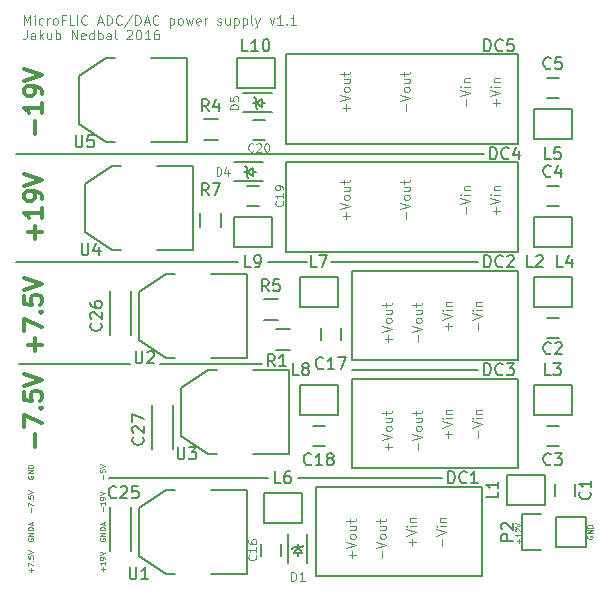
<source format=gto>
G04 #@! TF.FileFunction,Legend,Top*
%FSLAX46Y46*%
G04 Gerber Fmt 4.6, Leading zero omitted, Abs format (unit mm)*
G04 Created by KiCad (PCBNEW 4.0.1-3.201512221402+6198~38~ubuntu14.04.1-stable) date Wed 03 Feb 2016 12:10:06 GMT*
%MOMM*%
G01*
G04 APERTURE LIST*
%ADD10C,0.100000*%
%ADD11C,0.120000*%
%ADD12C,0.300000*%
%ADD13C,0.200000*%
%ADD14C,0.150000*%
%ADD15C,0.110000*%
G04 APERTURE END LIST*
D10*
X143415143Y-146207856D02*
X143415143Y-145864999D01*
X143586571Y-146036428D02*
X143243714Y-146036428D01*
X143586571Y-145414999D02*
X143586571Y-145672142D01*
X143586571Y-145543570D02*
X143136571Y-145543570D01*
X143200857Y-145586427D01*
X143243714Y-145629285D01*
X143265143Y-145672142D01*
X143179429Y-145243571D02*
X143158000Y-145222142D01*
X143136571Y-145179285D01*
X143136571Y-145072142D01*
X143158000Y-145029285D01*
X143179429Y-145007856D01*
X143222286Y-144986428D01*
X143265143Y-144986428D01*
X143329429Y-145007856D01*
X143586571Y-145264999D01*
X143586571Y-144986428D01*
X143136571Y-144857857D02*
X143586571Y-144707857D01*
X143136571Y-144557857D01*
X149254000Y-145630857D02*
X149232571Y-145673714D01*
X149232571Y-145738000D01*
X149254000Y-145802285D01*
X149296857Y-145845143D01*
X149339714Y-145866571D01*
X149425429Y-145888000D01*
X149489714Y-145888000D01*
X149575429Y-145866571D01*
X149618286Y-145845143D01*
X149661143Y-145802285D01*
X149682571Y-145738000D01*
X149682571Y-145695143D01*
X149661143Y-145630857D01*
X149639714Y-145609428D01*
X149489714Y-145609428D01*
X149489714Y-145695143D01*
X149682571Y-145416571D02*
X149232571Y-145416571D01*
X149682571Y-145159428D01*
X149232571Y-145159428D01*
X149682571Y-144945142D02*
X149232571Y-144945142D01*
X149232571Y-144837999D01*
X149254000Y-144773714D01*
X149296857Y-144730856D01*
X149339714Y-144709428D01*
X149425429Y-144687999D01*
X149489714Y-144687999D01*
X149575429Y-144709428D01*
X149618286Y-144730856D01*
X149661143Y-144773714D01*
X149682571Y-144837999D01*
X149682571Y-144945142D01*
X108236143Y-140786571D02*
X108236143Y-140443714D01*
X107957571Y-140015142D02*
X107957571Y-140229428D01*
X108171857Y-140250857D01*
X108150429Y-140229428D01*
X108129000Y-140186571D01*
X108129000Y-140079428D01*
X108150429Y-140036571D01*
X108171857Y-140015142D01*
X108214714Y-139993714D01*
X108321857Y-139993714D01*
X108364714Y-140015142D01*
X108386143Y-140036571D01*
X108407571Y-140079428D01*
X108407571Y-140186571D01*
X108386143Y-140229428D01*
X108364714Y-140250857D01*
X107957571Y-139865143D02*
X108407571Y-139715143D01*
X107957571Y-139565143D01*
X108236143Y-143540856D02*
X108236143Y-143197999D01*
X108407571Y-142747999D02*
X108407571Y-143005142D01*
X108407571Y-142876570D02*
X107957571Y-142876570D01*
X108021857Y-142919427D01*
X108064714Y-142962285D01*
X108086143Y-143005142D01*
X108407571Y-142533714D02*
X108407571Y-142447999D01*
X108386143Y-142405142D01*
X108364714Y-142383714D01*
X108300429Y-142340856D01*
X108214714Y-142319428D01*
X108043286Y-142319428D01*
X108000429Y-142340856D01*
X107979000Y-142362285D01*
X107957571Y-142405142D01*
X107957571Y-142490856D01*
X107979000Y-142533714D01*
X108000429Y-142555142D01*
X108043286Y-142576571D01*
X108150429Y-142576571D01*
X108193286Y-142555142D01*
X108214714Y-142533714D01*
X108236143Y-142490856D01*
X108236143Y-142405142D01*
X108214714Y-142362285D01*
X108193286Y-142340856D01*
X108150429Y-142319428D01*
X107957571Y-142190857D02*
X108407571Y-142040857D01*
X107957571Y-141890857D01*
X107979000Y-145823714D02*
X107957571Y-145866571D01*
X107957571Y-145930857D01*
X107979000Y-145995142D01*
X108021857Y-146038000D01*
X108064714Y-146059428D01*
X108150429Y-146080857D01*
X108214714Y-146080857D01*
X108300429Y-146059428D01*
X108343286Y-146038000D01*
X108386143Y-145995142D01*
X108407571Y-145930857D01*
X108407571Y-145888000D01*
X108386143Y-145823714D01*
X108364714Y-145802285D01*
X108214714Y-145802285D01*
X108214714Y-145888000D01*
X108407571Y-145609428D02*
X107957571Y-145609428D01*
X108407571Y-145352285D01*
X107957571Y-145352285D01*
X108407571Y-145137999D02*
X107957571Y-145137999D01*
X107957571Y-145030856D01*
X107979000Y-144966571D01*
X108021857Y-144923713D01*
X108064714Y-144902285D01*
X108150429Y-144880856D01*
X108214714Y-144880856D01*
X108300429Y-144902285D01*
X108343286Y-144923713D01*
X108386143Y-144966571D01*
X108407571Y-145030856D01*
X108407571Y-145137999D01*
X108279000Y-144709428D02*
X108279000Y-144495142D01*
X108407571Y-144752285D02*
X107957571Y-144602285D01*
X108407571Y-144452285D01*
X108236143Y-148620856D02*
X108236143Y-148277999D01*
X108407571Y-148449428D02*
X108064714Y-148449428D01*
X108407571Y-147827999D02*
X108407571Y-148085142D01*
X108407571Y-147956570D02*
X107957571Y-147956570D01*
X108021857Y-147999427D01*
X108064714Y-148042285D01*
X108086143Y-148085142D01*
X108407571Y-147613714D02*
X108407571Y-147527999D01*
X108386143Y-147485142D01*
X108364714Y-147463714D01*
X108300429Y-147420856D01*
X108214714Y-147399428D01*
X108043286Y-147399428D01*
X108000429Y-147420856D01*
X107979000Y-147442285D01*
X107957571Y-147485142D01*
X107957571Y-147570856D01*
X107979000Y-147613714D01*
X108000429Y-147635142D01*
X108043286Y-147656571D01*
X108150429Y-147656571D01*
X108193286Y-147635142D01*
X108214714Y-147613714D01*
X108236143Y-147570856D01*
X108236143Y-147485142D01*
X108214714Y-147442285D01*
X108193286Y-147420856D01*
X108150429Y-147399428D01*
X107957571Y-147270857D02*
X108407571Y-147120857D01*
X107957571Y-146970857D01*
X102140143Y-148727999D02*
X102140143Y-148385142D01*
X102311571Y-148556571D02*
X101968714Y-148556571D01*
X101861571Y-148213713D02*
X101861571Y-147913713D01*
X102311571Y-148106570D01*
X102268714Y-147742285D02*
X102290143Y-147720857D01*
X102311571Y-147742285D01*
X102290143Y-147763714D01*
X102268714Y-147742285D01*
X102311571Y-147742285D01*
X101861571Y-147313713D02*
X101861571Y-147527999D01*
X102075857Y-147549428D01*
X102054429Y-147527999D01*
X102033000Y-147485142D01*
X102033000Y-147377999D01*
X102054429Y-147335142D01*
X102075857Y-147313713D01*
X102118714Y-147292285D01*
X102225857Y-147292285D01*
X102268714Y-147313713D01*
X102290143Y-147335142D01*
X102311571Y-147377999D01*
X102311571Y-147485142D01*
X102290143Y-147527999D01*
X102268714Y-147549428D01*
X101861571Y-147163714D02*
X102311571Y-147013714D01*
X101861571Y-146863714D01*
X101883000Y-145823714D02*
X101861571Y-145866571D01*
X101861571Y-145930857D01*
X101883000Y-145995142D01*
X101925857Y-146038000D01*
X101968714Y-146059428D01*
X102054429Y-146080857D01*
X102118714Y-146080857D01*
X102204429Y-146059428D01*
X102247286Y-146038000D01*
X102290143Y-145995142D01*
X102311571Y-145930857D01*
X102311571Y-145888000D01*
X102290143Y-145823714D01*
X102268714Y-145802285D01*
X102118714Y-145802285D01*
X102118714Y-145888000D01*
X102311571Y-145609428D02*
X101861571Y-145609428D01*
X102311571Y-145352285D01*
X101861571Y-145352285D01*
X102311571Y-145137999D02*
X101861571Y-145137999D01*
X101861571Y-145030856D01*
X101883000Y-144966571D01*
X101925857Y-144923713D01*
X101968714Y-144902285D01*
X102054429Y-144880856D01*
X102118714Y-144880856D01*
X102204429Y-144902285D01*
X102247286Y-144923713D01*
X102290143Y-144966571D01*
X102311571Y-145030856D01*
X102311571Y-145137999D01*
X102183000Y-144709428D02*
X102183000Y-144495142D01*
X102311571Y-144752285D02*
X101861571Y-144602285D01*
X102311571Y-144452285D01*
X102140143Y-143647999D02*
X102140143Y-143305142D01*
X101861571Y-143133713D02*
X101861571Y-142833713D01*
X102311571Y-143026570D01*
X102268714Y-142662285D02*
X102290143Y-142640857D01*
X102311571Y-142662285D01*
X102290143Y-142683714D01*
X102268714Y-142662285D01*
X102311571Y-142662285D01*
X101861571Y-142233713D02*
X101861571Y-142447999D01*
X102075857Y-142469428D01*
X102054429Y-142447999D01*
X102033000Y-142405142D01*
X102033000Y-142297999D01*
X102054429Y-142255142D01*
X102075857Y-142233713D01*
X102118714Y-142212285D01*
X102225857Y-142212285D01*
X102268714Y-142233713D01*
X102290143Y-142255142D01*
X102311571Y-142297999D01*
X102311571Y-142405142D01*
X102290143Y-142447999D01*
X102268714Y-142469428D01*
X101861571Y-142083714D02*
X102311571Y-141933714D01*
X101861571Y-141783714D01*
X101883000Y-140550857D02*
X101861571Y-140593714D01*
X101861571Y-140658000D01*
X101883000Y-140722285D01*
X101925857Y-140765143D01*
X101968714Y-140786571D01*
X102054429Y-140808000D01*
X102118714Y-140808000D01*
X102204429Y-140786571D01*
X102247286Y-140765143D01*
X102290143Y-140722285D01*
X102311571Y-140658000D01*
X102311571Y-140615143D01*
X102290143Y-140550857D01*
X102268714Y-140529428D01*
X102118714Y-140529428D01*
X102118714Y-140615143D01*
X102311571Y-140336571D02*
X101861571Y-140336571D01*
X102311571Y-140079428D01*
X101861571Y-140079428D01*
X102311571Y-139865142D02*
X101861571Y-139865142D01*
X101861571Y-139757999D01*
X101883000Y-139693714D01*
X101925857Y-139650856D01*
X101968714Y-139629428D01*
X102054429Y-139607999D01*
X102118714Y-139607999D01*
X102204429Y-139629428D01*
X102247286Y-139650856D01*
X102290143Y-139693714D01*
X102311571Y-139757999D01*
X102311571Y-139865142D01*
D11*
X101536476Y-102357905D02*
X101536476Y-101557905D01*
X101803143Y-102129333D01*
X102069810Y-101557905D01*
X102069810Y-102357905D01*
X102450762Y-102357905D02*
X102450762Y-101824571D01*
X102450762Y-101557905D02*
X102412667Y-101596000D01*
X102450762Y-101634095D01*
X102488857Y-101596000D01*
X102450762Y-101557905D01*
X102450762Y-101634095D01*
X103174571Y-102319810D02*
X103098381Y-102357905D01*
X102946000Y-102357905D01*
X102869809Y-102319810D01*
X102831714Y-102281714D01*
X102793619Y-102205524D01*
X102793619Y-101976952D01*
X102831714Y-101900762D01*
X102869809Y-101862667D01*
X102946000Y-101824571D01*
X103098381Y-101824571D01*
X103174571Y-101862667D01*
X103517428Y-102357905D02*
X103517428Y-101824571D01*
X103517428Y-101976952D02*
X103555523Y-101900762D01*
X103593619Y-101862667D01*
X103669809Y-101824571D01*
X103746000Y-101824571D01*
X104126952Y-102357905D02*
X104050761Y-102319810D01*
X104012666Y-102281714D01*
X103974571Y-102205524D01*
X103974571Y-101976952D01*
X104012666Y-101900762D01*
X104050761Y-101862667D01*
X104126952Y-101824571D01*
X104241238Y-101824571D01*
X104317428Y-101862667D01*
X104355523Y-101900762D01*
X104393619Y-101976952D01*
X104393619Y-102205524D01*
X104355523Y-102281714D01*
X104317428Y-102319810D01*
X104241238Y-102357905D01*
X104126952Y-102357905D01*
X105003143Y-101938857D02*
X104736476Y-101938857D01*
X104736476Y-102357905D02*
X104736476Y-101557905D01*
X105117429Y-101557905D01*
X105803143Y-102357905D02*
X105422190Y-102357905D01*
X105422190Y-101557905D01*
X106069809Y-102357905D02*
X106069809Y-101557905D01*
X106907904Y-102281714D02*
X106869809Y-102319810D01*
X106755523Y-102357905D01*
X106679333Y-102357905D01*
X106565047Y-102319810D01*
X106488856Y-102243619D01*
X106450761Y-102167429D01*
X106412666Y-102015048D01*
X106412666Y-101900762D01*
X106450761Y-101748381D01*
X106488856Y-101672190D01*
X106565047Y-101596000D01*
X106679333Y-101557905D01*
X106755523Y-101557905D01*
X106869809Y-101596000D01*
X106907904Y-101634095D01*
X107822190Y-102129333D02*
X108203142Y-102129333D01*
X107745999Y-102357905D02*
X108012666Y-101557905D01*
X108279333Y-102357905D01*
X108545999Y-102357905D02*
X108545999Y-101557905D01*
X108736475Y-101557905D01*
X108850761Y-101596000D01*
X108926952Y-101672190D01*
X108965047Y-101748381D01*
X109003142Y-101900762D01*
X109003142Y-102015048D01*
X108965047Y-102167429D01*
X108926952Y-102243619D01*
X108850761Y-102319810D01*
X108736475Y-102357905D01*
X108545999Y-102357905D01*
X109803142Y-102281714D02*
X109765047Y-102319810D01*
X109650761Y-102357905D01*
X109574571Y-102357905D01*
X109460285Y-102319810D01*
X109384094Y-102243619D01*
X109345999Y-102167429D01*
X109307904Y-102015048D01*
X109307904Y-101900762D01*
X109345999Y-101748381D01*
X109384094Y-101672190D01*
X109460285Y-101596000D01*
X109574571Y-101557905D01*
X109650761Y-101557905D01*
X109765047Y-101596000D01*
X109803142Y-101634095D01*
X110717428Y-101519810D02*
X110031713Y-102548381D01*
X110984094Y-102357905D02*
X110984094Y-101557905D01*
X111174570Y-101557905D01*
X111288856Y-101596000D01*
X111365047Y-101672190D01*
X111403142Y-101748381D01*
X111441237Y-101900762D01*
X111441237Y-102015048D01*
X111403142Y-102167429D01*
X111365047Y-102243619D01*
X111288856Y-102319810D01*
X111174570Y-102357905D01*
X110984094Y-102357905D01*
X111745999Y-102129333D02*
X112126951Y-102129333D01*
X111669808Y-102357905D02*
X111936475Y-101557905D01*
X112203142Y-102357905D01*
X112926951Y-102281714D02*
X112888856Y-102319810D01*
X112774570Y-102357905D01*
X112698380Y-102357905D01*
X112584094Y-102319810D01*
X112507903Y-102243619D01*
X112469808Y-102167429D01*
X112431713Y-102015048D01*
X112431713Y-101900762D01*
X112469808Y-101748381D01*
X112507903Y-101672190D01*
X112584094Y-101596000D01*
X112698380Y-101557905D01*
X112774570Y-101557905D01*
X112888856Y-101596000D01*
X112926951Y-101634095D01*
X113879332Y-101824571D02*
X113879332Y-102624571D01*
X113879332Y-101862667D02*
X113955523Y-101824571D01*
X114107904Y-101824571D01*
X114184094Y-101862667D01*
X114222189Y-101900762D01*
X114260285Y-101976952D01*
X114260285Y-102205524D01*
X114222189Y-102281714D01*
X114184094Y-102319810D01*
X114107904Y-102357905D01*
X113955523Y-102357905D01*
X113879332Y-102319810D01*
X114717428Y-102357905D02*
X114641237Y-102319810D01*
X114603142Y-102281714D01*
X114565047Y-102205524D01*
X114565047Y-101976952D01*
X114603142Y-101900762D01*
X114641237Y-101862667D01*
X114717428Y-101824571D01*
X114831714Y-101824571D01*
X114907904Y-101862667D01*
X114945999Y-101900762D01*
X114984095Y-101976952D01*
X114984095Y-102205524D01*
X114945999Y-102281714D01*
X114907904Y-102319810D01*
X114831714Y-102357905D01*
X114717428Y-102357905D01*
X115250762Y-101824571D02*
X115403143Y-102357905D01*
X115555524Y-101976952D01*
X115707905Y-102357905D01*
X115860286Y-101824571D01*
X116469809Y-102319810D02*
X116393619Y-102357905D01*
X116241238Y-102357905D01*
X116165047Y-102319810D01*
X116126952Y-102243619D01*
X116126952Y-101938857D01*
X116165047Y-101862667D01*
X116241238Y-101824571D01*
X116393619Y-101824571D01*
X116469809Y-101862667D01*
X116507904Y-101938857D01*
X116507904Y-102015048D01*
X116126952Y-102091238D01*
X116850761Y-102357905D02*
X116850761Y-101824571D01*
X116850761Y-101976952D02*
X116888856Y-101900762D01*
X116926952Y-101862667D01*
X117003142Y-101824571D01*
X117079333Y-101824571D01*
X117917428Y-102319810D02*
X117993618Y-102357905D01*
X118145999Y-102357905D01*
X118222190Y-102319810D01*
X118260285Y-102243619D01*
X118260285Y-102205524D01*
X118222190Y-102129333D01*
X118145999Y-102091238D01*
X118031714Y-102091238D01*
X117955523Y-102053143D01*
X117917428Y-101976952D01*
X117917428Y-101938857D01*
X117955523Y-101862667D01*
X118031714Y-101824571D01*
X118145999Y-101824571D01*
X118222190Y-101862667D01*
X118945999Y-101824571D02*
X118945999Y-102357905D01*
X118603142Y-101824571D02*
X118603142Y-102243619D01*
X118641237Y-102319810D01*
X118717428Y-102357905D01*
X118831714Y-102357905D01*
X118907904Y-102319810D01*
X118945999Y-102281714D01*
X119326952Y-101824571D02*
X119326952Y-102624571D01*
X119326952Y-101862667D02*
X119403143Y-101824571D01*
X119555524Y-101824571D01*
X119631714Y-101862667D01*
X119669809Y-101900762D01*
X119707905Y-101976952D01*
X119707905Y-102205524D01*
X119669809Y-102281714D01*
X119631714Y-102319810D01*
X119555524Y-102357905D01*
X119403143Y-102357905D01*
X119326952Y-102319810D01*
X120050762Y-101824571D02*
X120050762Y-102624571D01*
X120050762Y-101862667D02*
X120126953Y-101824571D01*
X120279334Y-101824571D01*
X120355524Y-101862667D01*
X120393619Y-101900762D01*
X120431715Y-101976952D01*
X120431715Y-102205524D01*
X120393619Y-102281714D01*
X120355524Y-102319810D01*
X120279334Y-102357905D01*
X120126953Y-102357905D01*
X120050762Y-102319810D01*
X120888858Y-102357905D02*
X120812667Y-102319810D01*
X120774572Y-102243619D01*
X120774572Y-101557905D01*
X121117430Y-101824571D02*
X121307906Y-102357905D01*
X121498382Y-101824571D02*
X121307906Y-102357905D01*
X121231715Y-102548381D01*
X121193620Y-102586476D01*
X121117430Y-102624571D01*
X122336478Y-101824571D02*
X122526954Y-102357905D01*
X122717430Y-101824571D01*
X123441240Y-102357905D02*
X122984097Y-102357905D01*
X123212668Y-102357905D02*
X123212668Y-101557905D01*
X123136478Y-101672190D01*
X123060287Y-101748381D01*
X122984097Y-101786476D01*
X123784097Y-102281714D02*
X123822192Y-102319810D01*
X123784097Y-102357905D01*
X123746002Y-102319810D01*
X123784097Y-102281714D01*
X123784097Y-102357905D01*
X124584097Y-102357905D02*
X124126954Y-102357905D01*
X124355525Y-102357905D02*
X124355525Y-101557905D01*
X124279335Y-101672190D01*
X124203144Y-101748381D01*
X124126954Y-101786476D01*
X101765048Y-102797905D02*
X101765048Y-103369333D01*
X101726952Y-103483619D01*
X101650762Y-103559810D01*
X101536476Y-103597905D01*
X101460286Y-103597905D01*
X102488857Y-103597905D02*
X102488857Y-103178857D01*
X102450762Y-103102667D01*
X102374572Y-103064571D01*
X102222191Y-103064571D01*
X102146000Y-103102667D01*
X102488857Y-103559810D02*
X102412667Y-103597905D01*
X102222191Y-103597905D01*
X102146000Y-103559810D01*
X102107905Y-103483619D01*
X102107905Y-103407429D01*
X102146000Y-103331238D01*
X102222191Y-103293143D01*
X102412667Y-103293143D01*
X102488857Y-103255048D01*
X102869810Y-103597905D02*
X102869810Y-102797905D01*
X102946001Y-103293143D02*
X103174572Y-103597905D01*
X103174572Y-103064571D02*
X102869810Y-103369333D01*
X103860286Y-103064571D02*
X103860286Y-103597905D01*
X103517429Y-103064571D02*
X103517429Y-103483619D01*
X103555524Y-103559810D01*
X103631715Y-103597905D01*
X103746001Y-103597905D01*
X103822191Y-103559810D01*
X103860286Y-103521714D01*
X104241239Y-103597905D02*
X104241239Y-102797905D01*
X104241239Y-103102667D02*
X104317430Y-103064571D01*
X104469811Y-103064571D01*
X104546001Y-103102667D01*
X104584096Y-103140762D01*
X104622192Y-103216952D01*
X104622192Y-103445524D01*
X104584096Y-103521714D01*
X104546001Y-103559810D01*
X104469811Y-103597905D01*
X104317430Y-103597905D01*
X104241239Y-103559810D01*
X105574573Y-103597905D02*
X105574573Y-102797905D01*
X106031716Y-103597905D01*
X106031716Y-102797905D01*
X106717430Y-103559810D02*
X106641240Y-103597905D01*
X106488859Y-103597905D01*
X106412668Y-103559810D01*
X106374573Y-103483619D01*
X106374573Y-103178857D01*
X106412668Y-103102667D01*
X106488859Y-103064571D01*
X106641240Y-103064571D01*
X106717430Y-103102667D01*
X106755525Y-103178857D01*
X106755525Y-103255048D01*
X106374573Y-103331238D01*
X107441239Y-103597905D02*
X107441239Y-102797905D01*
X107441239Y-103559810D02*
X107365049Y-103597905D01*
X107212668Y-103597905D01*
X107136477Y-103559810D01*
X107098382Y-103521714D01*
X107060287Y-103445524D01*
X107060287Y-103216952D01*
X107098382Y-103140762D01*
X107136477Y-103102667D01*
X107212668Y-103064571D01*
X107365049Y-103064571D01*
X107441239Y-103102667D01*
X107822192Y-103597905D02*
X107822192Y-102797905D01*
X107822192Y-103102667D02*
X107898383Y-103064571D01*
X108050764Y-103064571D01*
X108126954Y-103102667D01*
X108165049Y-103140762D01*
X108203145Y-103216952D01*
X108203145Y-103445524D01*
X108165049Y-103521714D01*
X108126954Y-103559810D01*
X108050764Y-103597905D01*
X107898383Y-103597905D01*
X107822192Y-103559810D01*
X108888859Y-103597905D02*
X108888859Y-103178857D01*
X108850764Y-103102667D01*
X108774574Y-103064571D01*
X108622193Y-103064571D01*
X108546002Y-103102667D01*
X108888859Y-103559810D02*
X108812669Y-103597905D01*
X108622193Y-103597905D01*
X108546002Y-103559810D01*
X108507907Y-103483619D01*
X108507907Y-103407429D01*
X108546002Y-103331238D01*
X108622193Y-103293143D01*
X108812669Y-103293143D01*
X108888859Y-103255048D01*
X109384098Y-103597905D02*
X109307907Y-103559810D01*
X109269812Y-103483619D01*
X109269812Y-102797905D01*
X110260289Y-102874095D02*
X110298384Y-102836000D01*
X110374575Y-102797905D01*
X110565051Y-102797905D01*
X110641241Y-102836000D01*
X110679337Y-102874095D01*
X110717432Y-102950286D01*
X110717432Y-103026476D01*
X110679337Y-103140762D01*
X110222194Y-103597905D01*
X110717432Y-103597905D01*
X111212670Y-102797905D02*
X111288861Y-102797905D01*
X111365051Y-102836000D01*
X111403146Y-102874095D01*
X111441242Y-102950286D01*
X111479337Y-103102667D01*
X111479337Y-103293143D01*
X111441242Y-103445524D01*
X111403146Y-103521714D01*
X111365051Y-103559810D01*
X111288861Y-103597905D01*
X111212670Y-103597905D01*
X111136480Y-103559810D01*
X111098384Y-103521714D01*
X111060289Y-103445524D01*
X111022194Y-103293143D01*
X111022194Y-103102667D01*
X111060289Y-102950286D01*
X111098384Y-102874095D01*
X111136480Y-102836000D01*
X111212670Y-102797905D01*
X112241242Y-103597905D02*
X111784099Y-103597905D01*
X112012670Y-103597905D02*
X112012670Y-102797905D01*
X111936480Y-102912190D01*
X111860289Y-102988381D01*
X111784099Y-103026476D01*
X112926956Y-102797905D02*
X112774575Y-102797905D01*
X112698385Y-102836000D01*
X112660290Y-102874095D01*
X112584099Y-102988381D01*
X112546004Y-103140762D01*
X112546004Y-103445524D01*
X112584099Y-103521714D01*
X112622194Y-103559810D01*
X112698385Y-103597905D01*
X112850766Y-103597905D01*
X112926956Y-103559810D01*
X112965052Y-103521714D01*
X113003147Y-103445524D01*
X113003147Y-103255048D01*
X112965052Y-103178857D01*
X112926956Y-103140762D01*
X112850766Y-103102667D01*
X112698385Y-103102667D01*
X112622194Y-103140762D01*
X112584099Y-103178857D01*
X112546004Y-103255048D01*
D12*
X102469143Y-111608856D02*
X102469143Y-110465999D01*
X103040571Y-108965999D02*
X103040571Y-109823142D01*
X103040571Y-109394570D02*
X101540571Y-109394570D01*
X101754857Y-109537427D01*
X101897714Y-109680285D01*
X101969143Y-109823142D01*
X103040571Y-108251714D02*
X103040571Y-107965999D01*
X102969143Y-107823142D01*
X102897714Y-107751714D01*
X102683429Y-107608856D01*
X102397714Y-107537428D01*
X101826286Y-107537428D01*
X101683429Y-107608856D01*
X101612000Y-107680285D01*
X101540571Y-107823142D01*
X101540571Y-108108856D01*
X101612000Y-108251714D01*
X101683429Y-108323142D01*
X101826286Y-108394571D01*
X102183429Y-108394571D01*
X102326286Y-108323142D01*
X102397714Y-108251714D01*
X102469143Y-108108856D01*
X102469143Y-107823142D01*
X102397714Y-107680285D01*
X102326286Y-107608856D01*
X102183429Y-107537428D01*
X101540571Y-107108857D02*
X103040571Y-106608857D01*
X101540571Y-106108857D01*
X102469143Y-120498856D02*
X102469143Y-119355999D01*
X103040571Y-119927428D02*
X101897714Y-119927428D01*
X103040571Y-117855999D02*
X103040571Y-118713142D01*
X103040571Y-118284570D02*
X101540571Y-118284570D01*
X101754857Y-118427427D01*
X101897714Y-118570285D01*
X101969143Y-118713142D01*
X103040571Y-117141714D02*
X103040571Y-116855999D01*
X102969143Y-116713142D01*
X102897714Y-116641714D01*
X102683429Y-116498856D01*
X102397714Y-116427428D01*
X101826286Y-116427428D01*
X101683429Y-116498856D01*
X101612000Y-116570285D01*
X101540571Y-116713142D01*
X101540571Y-116998856D01*
X101612000Y-117141714D01*
X101683429Y-117213142D01*
X101826286Y-117284571D01*
X102183429Y-117284571D01*
X102326286Y-117213142D01*
X102397714Y-117141714D01*
X102469143Y-116998856D01*
X102469143Y-116713142D01*
X102397714Y-116570285D01*
X102326286Y-116498856D01*
X102183429Y-116427428D01*
X101540571Y-115998857D02*
X103040571Y-115498857D01*
X101540571Y-114998857D01*
X102469143Y-129999999D02*
X102469143Y-128857142D01*
X103040571Y-129428571D02*
X101897714Y-129428571D01*
X101540571Y-128285713D02*
X101540571Y-127285713D01*
X103040571Y-127928570D01*
X102897714Y-126714285D02*
X102969143Y-126642857D01*
X103040571Y-126714285D01*
X102969143Y-126785714D01*
X102897714Y-126714285D01*
X103040571Y-126714285D01*
X101540571Y-125285713D02*
X101540571Y-125999999D01*
X102254857Y-126071428D01*
X102183429Y-125999999D01*
X102112000Y-125857142D01*
X102112000Y-125499999D01*
X102183429Y-125357142D01*
X102254857Y-125285713D01*
X102397714Y-125214285D01*
X102754857Y-125214285D01*
X102897714Y-125285713D01*
X102969143Y-125357142D01*
X103040571Y-125499999D01*
X103040571Y-125857142D01*
X102969143Y-125999999D01*
X102897714Y-126071428D01*
X101540571Y-124785714D02*
X103040571Y-124285714D01*
X101540571Y-123785714D01*
X102469143Y-138127999D02*
X102469143Y-136985142D01*
X101540571Y-136413713D02*
X101540571Y-135413713D01*
X103040571Y-136056570D01*
X102897714Y-134842285D02*
X102969143Y-134770857D01*
X103040571Y-134842285D01*
X102969143Y-134913714D01*
X102897714Y-134842285D01*
X103040571Y-134842285D01*
X101540571Y-133413713D02*
X101540571Y-134127999D01*
X102254857Y-134199428D01*
X102183429Y-134127999D01*
X102112000Y-133985142D01*
X102112000Y-133627999D01*
X102183429Y-133485142D01*
X102254857Y-133413713D01*
X102397714Y-133342285D01*
X102754857Y-133342285D01*
X102897714Y-133413713D01*
X102969143Y-133485142D01*
X103040571Y-133627999D01*
X103040571Y-133985142D01*
X102969143Y-134127999D01*
X102897714Y-134199428D01*
X101540571Y-132913714D02*
X103040571Y-132413714D01*
X101540571Y-131913714D01*
D13*
X122174000Y-140716000D02*
X108712000Y-140716000D01*
X136906000Y-140716000D02*
X124714000Y-140716000D01*
X139954000Y-131572000D02*
X129286000Y-131572000D01*
X110490000Y-131064000D02*
X101092000Y-131064000D01*
X121666000Y-131064000D02*
X113030000Y-131064000D01*
X119634000Y-122428000D02*
X100838000Y-122428000D01*
X125476000Y-122428000D02*
X122174000Y-122428000D01*
X139954000Y-122428000D02*
X127508000Y-122428000D01*
X140462000Y-113284000D02*
X100838000Y-113284000D01*
D14*
X148170000Y-142232000D02*
X148170000Y-141232000D01*
X146470000Y-141232000D02*
X146470000Y-142232000D01*
X145804000Y-128866000D02*
X146804000Y-128866000D01*
X146804000Y-127166000D02*
X145804000Y-127166000D01*
X145804000Y-138010000D02*
X146804000Y-138010000D01*
X146804000Y-136310000D02*
X145804000Y-136310000D01*
X145804000Y-117690000D02*
X146804000Y-117690000D01*
X146804000Y-115990000D02*
X145804000Y-115990000D01*
X145804000Y-108546000D02*
X146804000Y-108546000D01*
X146804000Y-106846000D02*
X145804000Y-106846000D01*
X123278000Y-147312000D02*
X123278000Y-146312000D01*
X121578000Y-146312000D02*
X121578000Y-147312000D01*
X128358000Y-129024000D02*
X128358000Y-128024000D01*
X126658000Y-128024000D02*
X126658000Y-129024000D01*
X126992000Y-136310000D02*
X125992000Y-136310000D01*
X125992000Y-138010000D02*
X126992000Y-138010000D01*
X121404000Y-115990000D02*
X120404000Y-115990000D01*
X120404000Y-117690000D02*
X121404000Y-117690000D01*
X121912000Y-110402000D02*
X120912000Y-110402000D01*
X120912000Y-112102000D02*
X121912000Y-112102000D01*
X108828000Y-146888000D02*
X108828000Y-143188000D01*
X110628000Y-146888000D02*
X110628000Y-143188000D01*
X112384000Y-138252000D02*
X112384000Y-134552000D01*
X114184000Y-138252000D02*
X114184000Y-134552000D01*
X140286000Y-148998000D02*
X126286000Y-148998000D01*
X126286000Y-141498000D02*
X126286000Y-148998000D01*
X140286000Y-141498000D02*
X126286000Y-141498000D01*
X140286000Y-148998000D02*
X140286000Y-141498000D01*
X143334000Y-130710000D02*
X129334000Y-130710000D01*
X129334000Y-123210000D02*
X129334000Y-130710000D01*
X143334000Y-123210000D02*
X129334000Y-123210000D01*
X143334000Y-130710000D02*
X143334000Y-123210000D01*
X143334000Y-139854000D02*
X129334000Y-139854000D01*
X129334000Y-132354000D02*
X129334000Y-139854000D01*
X143334000Y-132354000D02*
X129334000Y-132354000D01*
X143334000Y-139854000D02*
X143334000Y-132354000D01*
X143408000Y-113971000D02*
X123758000Y-113971000D01*
X123758000Y-121621000D02*
X123758000Y-113971000D01*
X143408000Y-121621000D02*
X123758000Y-121621000D01*
X143408000Y-121621000D02*
X143408000Y-113971000D01*
X143408000Y-104827000D02*
X123758000Y-104827000D01*
X123758000Y-112477000D02*
X123758000Y-104827000D01*
X143408000Y-112477000D02*
X123758000Y-112477000D01*
X143408000Y-112477000D02*
X143408000Y-104827000D01*
X142418000Y-140482000D02*
X145618000Y-140482000D01*
X145618000Y-140482000D02*
X145618000Y-142982000D01*
X145618000Y-142982000D02*
X142418000Y-142982000D01*
X142418000Y-142982000D02*
X142418000Y-140482000D01*
X144704000Y-123718000D02*
X147904000Y-123718000D01*
X147904000Y-123718000D02*
X147904000Y-126218000D01*
X147904000Y-126218000D02*
X144704000Y-126218000D01*
X144704000Y-126218000D02*
X144704000Y-123718000D01*
X144704000Y-132862000D02*
X147904000Y-132862000D01*
X147904000Y-132862000D02*
X147904000Y-135362000D01*
X147904000Y-135362000D02*
X144704000Y-135362000D01*
X144704000Y-135362000D02*
X144704000Y-132862000D01*
X144704000Y-118638000D02*
X147904000Y-118638000D01*
X147904000Y-118638000D02*
X147904000Y-121138000D01*
X147904000Y-121138000D02*
X144704000Y-121138000D01*
X144704000Y-121138000D02*
X144704000Y-118638000D01*
X144704000Y-109494000D02*
X147904000Y-109494000D01*
X147904000Y-109494000D02*
X147904000Y-111994000D01*
X147904000Y-111994000D02*
X144704000Y-111994000D01*
X144704000Y-111994000D02*
X144704000Y-109494000D01*
X121844000Y-142006000D02*
X125044000Y-142006000D01*
X125044000Y-142006000D02*
X125044000Y-144506000D01*
X125044000Y-144506000D02*
X121844000Y-144506000D01*
X121844000Y-144506000D02*
X121844000Y-142006000D01*
X124892000Y-123718000D02*
X128092000Y-123718000D01*
X128092000Y-123718000D02*
X128092000Y-126218000D01*
X128092000Y-126218000D02*
X124892000Y-126218000D01*
X124892000Y-126218000D02*
X124892000Y-123718000D01*
X124892000Y-132862000D02*
X128092000Y-132862000D01*
X128092000Y-132862000D02*
X128092000Y-135362000D01*
X128092000Y-135362000D02*
X124892000Y-135362000D01*
X124892000Y-135362000D02*
X124892000Y-132862000D01*
X119304000Y-118638000D02*
X122504000Y-118638000D01*
X122504000Y-118638000D02*
X122504000Y-121138000D01*
X122504000Y-121138000D02*
X119304000Y-121138000D01*
X119304000Y-121138000D02*
X119304000Y-118638000D01*
X119558000Y-105176000D02*
X122758000Y-105176000D01*
X122758000Y-105176000D02*
X122758000Y-107676000D01*
X122758000Y-107676000D02*
X119558000Y-107676000D01*
X119558000Y-107676000D02*
X119558000Y-105176000D01*
X124044000Y-129907000D02*
X122844000Y-129907000D01*
X122844000Y-128157000D02*
X124044000Y-128157000D01*
X117948000Y-112127000D02*
X116748000Y-112127000D01*
X116748000Y-110377000D02*
X117948000Y-110377000D01*
X123028000Y-127367000D02*
X121828000Y-127367000D01*
X121828000Y-125617000D02*
X123028000Y-125617000D01*
X116473000Y-119472000D02*
X116473000Y-118272000D01*
X118223000Y-118272000D02*
X118223000Y-119472000D01*
X112776000Y-121412000D02*
X115824000Y-121412000D01*
X115824000Y-121412000D02*
X115824000Y-114300000D01*
X115824000Y-114300000D02*
X112776000Y-114300000D01*
X109728000Y-121412000D02*
X108966000Y-121412000D01*
X108966000Y-121412000D02*
X106680000Y-119888000D01*
X106680000Y-119888000D02*
X106680000Y-115824000D01*
X106680000Y-115824000D02*
X108966000Y-114300000D01*
X108966000Y-114300000D02*
X109728000Y-114300000D01*
X117348000Y-148844000D02*
X120396000Y-148844000D01*
X120396000Y-148844000D02*
X120396000Y-141732000D01*
X120396000Y-141732000D02*
X117348000Y-141732000D01*
X114300000Y-148844000D02*
X113538000Y-148844000D01*
X113538000Y-148844000D02*
X111252000Y-147320000D01*
X111252000Y-147320000D02*
X111252000Y-143256000D01*
X111252000Y-143256000D02*
X113538000Y-141732000D01*
X113538000Y-141732000D02*
X114300000Y-141732000D01*
X117348000Y-130556000D02*
X120396000Y-130556000D01*
X120396000Y-130556000D02*
X120396000Y-123444000D01*
X120396000Y-123444000D02*
X117348000Y-123444000D01*
X114300000Y-130556000D02*
X113538000Y-130556000D01*
X113538000Y-130556000D02*
X111252000Y-129032000D01*
X111252000Y-129032000D02*
X111252000Y-124968000D01*
X111252000Y-124968000D02*
X113538000Y-123444000D01*
X113538000Y-123444000D02*
X114300000Y-123444000D01*
X112268000Y-112268000D02*
X115316000Y-112268000D01*
X115316000Y-112268000D02*
X115316000Y-105156000D01*
X115316000Y-105156000D02*
X112268000Y-105156000D01*
X109220000Y-112268000D02*
X108458000Y-112268000D01*
X108458000Y-112268000D02*
X106172000Y-110744000D01*
X106172000Y-110744000D02*
X106172000Y-106680000D01*
X106172000Y-106680000D02*
X108458000Y-105156000D01*
X108458000Y-105156000D02*
X109220000Y-105156000D01*
X120904000Y-138684000D02*
X123952000Y-138684000D01*
X123952000Y-138684000D02*
X123952000Y-131572000D01*
X123952000Y-131572000D02*
X120904000Y-131572000D01*
X117856000Y-138684000D02*
X117094000Y-138684000D01*
X117094000Y-138684000D02*
X114808000Y-137160000D01*
X114808000Y-137160000D02*
X114808000Y-133096000D01*
X114808000Y-133096000D02*
X117094000Y-131572000D01*
X117094000Y-131572000D02*
X117856000Y-131572000D01*
X108828000Y-128600000D02*
X108828000Y-124900000D01*
X110628000Y-128600000D02*
X110628000Y-124900000D01*
X146558000Y-144018000D02*
X149098000Y-144018000D01*
X143738000Y-143738000D02*
X145288000Y-143738000D01*
X146558000Y-144018000D02*
X146558000Y-146558000D01*
X145288000Y-146838000D02*
X143738000Y-146838000D01*
X143738000Y-146838000D02*
X143738000Y-143738000D01*
X146558000Y-146558000D02*
X149098000Y-146558000D01*
X149098000Y-146558000D02*
X149098000Y-144018000D01*
X121162000Y-109316000D02*
X121312000Y-109466000D01*
X121012000Y-108466000D02*
X121162000Y-108616000D01*
X121662000Y-108966000D02*
X121912000Y-108966000D01*
X121162000Y-108966000D02*
X120912000Y-108966000D01*
X121162000Y-108966000D02*
X121662000Y-108616000D01*
X121662000Y-108616000D02*
X121662000Y-109316000D01*
X121662000Y-109316000D02*
X121162000Y-108966000D01*
X121162000Y-108616000D02*
X121162000Y-109316000D01*
X120112000Y-109766000D02*
X122512000Y-109766000D01*
X120112000Y-108166000D02*
X122512000Y-108166000D01*
X120400000Y-115158000D02*
X120550000Y-115308000D01*
X120250000Y-114308000D02*
X120400000Y-114458000D01*
X120900000Y-114808000D02*
X121150000Y-114808000D01*
X120400000Y-114808000D02*
X120150000Y-114808000D01*
X120400000Y-114808000D02*
X120900000Y-114458000D01*
X120900000Y-114458000D02*
X120900000Y-115158000D01*
X120900000Y-115158000D02*
X120400000Y-114808000D01*
X120400000Y-114458000D02*
X120400000Y-115158000D01*
X119350000Y-115608000D02*
X121750000Y-115608000D01*
X119350000Y-114008000D02*
X121750000Y-114008000D01*
X124364000Y-146562000D02*
X124214000Y-146712000D01*
X125214000Y-146412000D02*
X125064000Y-146562000D01*
X124714000Y-147062000D02*
X124714000Y-147312000D01*
X124714000Y-146562000D02*
X124714000Y-146312000D01*
X124714000Y-146562000D02*
X125064000Y-147062000D01*
X125064000Y-147062000D02*
X124364000Y-147062000D01*
X124364000Y-147062000D02*
X124714000Y-146562000D01*
X125064000Y-146562000D02*
X124364000Y-146562000D01*
X123914000Y-145512000D02*
X123914000Y-147912000D01*
X125514000Y-145512000D02*
X125514000Y-147912000D01*
X149455143Y-141898666D02*
X149502762Y-141946285D01*
X149550381Y-142089142D01*
X149550381Y-142184380D01*
X149502762Y-142327238D01*
X149407524Y-142422476D01*
X149312286Y-142470095D01*
X149121810Y-142517714D01*
X148978952Y-142517714D01*
X148788476Y-142470095D01*
X148693238Y-142422476D01*
X148598000Y-142327238D01*
X148550381Y-142184380D01*
X148550381Y-142089142D01*
X148598000Y-141946285D01*
X148645619Y-141898666D01*
X149550381Y-140946285D02*
X149550381Y-141517714D01*
X149550381Y-141232000D02*
X148550381Y-141232000D01*
X148693238Y-141327238D01*
X148788476Y-141422476D01*
X148836095Y-141517714D01*
X146137334Y-130151143D02*
X146089715Y-130198762D01*
X145946858Y-130246381D01*
X145851620Y-130246381D01*
X145708762Y-130198762D01*
X145613524Y-130103524D01*
X145565905Y-130008286D01*
X145518286Y-129817810D01*
X145518286Y-129674952D01*
X145565905Y-129484476D01*
X145613524Y-129389238D01*
X145708762Y-129294000D01*
X145851620Y-129246381D01*
X145946858Y-129246381D01*
X146089715Y-129294000D01*
X146137334Y-129341619D01*
X146518286Y-129341619D02*
X146565905Y-129294000D01*
X146661143Y-129246381D01*
X146899239Y-129246381D01*
X146994477Y-129294000D01*
X147042096Y-129341619D01*
X147089715Y-129436857D01*
X147089715Y-129532095D01*
X147042096Y-129674952D01*
X146470667Y-130246381D01*
X147089715Y-130246381D01*
X146137334Y-139549143D02*
X146089715Y-139596762D01*
X145946858Y-139644381D01*
X145851620Y-139644381D01*
X145708762Y-139596762D01*
X145613524Y-139501524D01*
X145565905Y-139406286D01*
X145518286Y-139215810D01*
X145518286Y-139072952D01*
X145565905Y-138882476D01*
X145613524Y-138787238D01*
X145708762Y-138692000D01*
X145851620Y-138644381D01*
X145946858Y-138644381D01*
X146089715Y-138692000D01*
X146137334Y-138739619D01*
X146470667Y-138644381D02*
X147089715Y-138644381D01*
X146756381Y-139025333D01*
X146899239Y-139025333D01*
X146994477Y-139072952D01*
X147042096Y-139120571D01*
X147089715Y-139215810D01*
X147089715Y-139453905D01*
X147042096Y-139549143D01*
X146994477Y-139596762D01*
X146899239Y-139644381D01*
X146613524Y-139644381D01*
X146518286Y-139596762D01*
X146470667Y-139549143D01*
X146137334Y-115165143D02*
X146089715Y-115212762D01*
X145946858Y-115260381D01*
X145851620Y-115260381D01*
X145708762Y-115212762D01*
X145613524Y-115117524D01*
X145565905Y-115022286D01*
X145518286Y-114831810D01*
X145518286Y-114688952D01*
X145565905Y-114498476D01*
X145613524Y-114403238D01*
X145708762Y-114308000D01*
X145851620Y-114260381D01*
X145946858Y-114260381D01*
X146089715Y-114308000D01*
X146137334Y-114355619D01*
X146994477Y-114593714D02*
X146994477Y-115260381D01*
X146756381Y-114212762D02*
X146518286Y-114927048D01*
X147137334Y-114927048D01*
X146137334Y-106021143D02*
X146089715Y-106068762D01*
X145946858Y-106116381D01*
X145851620Y-106116381D01*
X145708762Y-106068762D01*
X145613524Y-105973524D01*
X145565905Y-105878286D01*
X145518286Y-105687810D01*
X145518286Y-105544952D01*
X145565905Y-105354476D01*
X145613524Y-105259238D01*
X145708762Y-105164000D01*
X145851620Y-105116381D01*
X145946858Y-105116381D01*
X146089715Y-105164000D01*
X146137334Y-105211619D01*
X147042096Y-105116381D02*
X146565905Y-105116381D01*
X146518286Y-105592571D01*
X146565905Y-105544952D01*
X146661143Y-105497333D01*
X146899239Y-105497333D01*
X146994477Y-105544952D01*
X147042096Y-105592571D01*
X147089715Y-105687810D01*
X147089715Y-105925905D01*
X147042096Y-106021143D01*
X146994477Y-106068762D01*
X146899239Y-106116381D01*
X146661143Y-106116381D01*
X146565905Y-106068762D01*
X146518286Y-106021143D01*
D15*
X121154000Y-147262000D02*
X121187333Y-147295334D01*
X121220667Y-147395334D01*
X121220667Y-147462000D01*
X121187333Y-147562000D01*
X121120667Y-147628667D01*
X121054000Y-147662000D01*
X120920667Y-147695334D01*
X120820667Y-147695334D01*
X120687333Y-147662000D01*
X120620667Y-147628667D01*
X120554000Y-147562000D01*
X120520667Y-147462000D01*
X120520667Y-147395334D01*
X120554000Y-147295334D01*
X120587333Y-147262000D01*
X121220667Y-146595334D02*
X121220667Y-146995334D01*
X121220667Y-146795334D02*
X120520667Y-146795334D01*
X120620667Y-146862000D01*
X120687333Y-146928667D01*
X120720667Y-146995334D01*
X120520667Y-145995333D02*
X120520667Y-146128667D01*
X120554000Y-146195333D01*
X120587333Y-146228667D01*
X120687333Y-146295333D01*
X120820667Y-146328667D01*
X121087333Y-146328667D01*
X121154000Y-146295333D01*
X121187333Y-146262000D01*
X121220667Y-146195333D01*
X121220667Y-146062000D01*
X121187333Y-145995333D01*
X121154000Y-145962000D01*
X121087333Y-145928667D01*
X120920667Y-145928667D01*
X120854000Y-145962000D01*
X120820667Y-145995333D01*
X120787333Y-146062000D01*
X120787333Y-146195333D01*
X120820667Y-146262000D01*
X120854000Y-146295333D01*
X120920667Y-146328667D01*
D14*
X126865143Y-131421143D02*
X126817524Y-131468762D01*
X126674667Y-131516381D01*
X126579429Y-131516381D01*
X126436571Y-131468762D01*
X126341333Y-131373524D01*
X126293714Y-131278286D01*
X126246095Y-131087810D01*
X126246095Y-130944952D01*
X126293714Y-130754476D01*
X126341333Y-130659238D01*
X126436571Y-130564000D01*
X126579429Y-130516381D01*
X126674667Y-130516381D01*
X126817524Y-130564000D01*
X126865143Y-130611619D01*
X127817524Y-131516381D02*
X127246095Y-131516381D01*
X127531809Y-131516381D02*
X127531809Y-130516381D01*
X127436571Y-130659238D01*
X127341333Y-130754476D01*
X127246095Y-130802095D01*
X128150857Y-130516381D02*
X128817524Y-130516381D01*
X128388952Y-131516381D01*
X125849143Y-139549143D02*
X125801524Y-139596762D01*
X125658667Y-139644381D01*
X125563429Y-139644381D01*
X125420571Y-139596762D01*
X125325333Y-139501524D01*
X125277714Y-139406286D01*
X125230095Y-139215810D01*
X125230095Y-139072952D01*
X125277714Y-138882476D01*
X125325333Y-138787238D01*
X125420571Y-138692000D01*
X125563429Y-138644381D01*
X125658667Y-138644381D01*
X125801524Y-138692000D01*
X125849143Y-138739619D01*
X126801524Y-139644381D02*
X126230095Y-139644381D01*
X126515809Y-139644381D02*
X126515809Y-138644381D01*
X126420571Y-138787238D01*
X126325333Y-138882476D01*
X126230095Y-138930095D01*
X127372952Y-139072952D02*
X127277714Y-139025333D01*
X127230095Y-138977714D01*
X127182476Y-138882476D01*
X127182476Y-138834857D01*
X127230095Y-138739619D01*
X127277714Y-138692000D01*
X127372952Y-138644381D01*
X127563429Y-138644381D01*
X127658667Y-138692000D01*
X127706286Y-138739619D01*
X127753905Y-138834857D01*
X127753905Y-138882476D01*
X127706286Y-138977714D01*
X127658667Y-139025333D01*
X127563429Y-139072952D01*
X127372952Y-139072952D01*
X127277714Y-139120571D01*
X127230095Y-139168190D01*
X127182476Y-139263429D01*
X127182476Y-139453905D01*
X127230095Y-139549143D01*
X127277714Y-139596762D01*
X127372952Y-139644381D01*
X127563429Y-139644381D01*
X127658667Y-139596762D01*
X127706286Y-139549143D01*
X127753905Y-139453905D01*
X127753905Y-139263429D01*
X127706286Y-139168190D01*
X127658667Y-139120571D01*
X127563429Y-139072952D01*
D15*
X123440000Y-117290000D02*
X123473333Y-117323334D01*
X123506667Y-117423334D01*
X123506667Y-117490000D01*
X123473333Y-117590000D01*
X123406667Y-117656667D01*
X123340000Y-117690000D01*
X123206667Y-117723334D01*
X123106667Y-117723334D01*
X122973333Y-117690000D01*
X122906667Y-117656667D01*
X122840000Y-117590000D01*
X122806667Y-117490000D01*
X122806667Y-117423334D01*
X122840000Y-117323334D01*
X122873333Y-117290000D01*
X123506667Y-116623334D02*
X123506667Y-117023334D01*
X123506667Y-116823334D02*
X122806667Y-116823334D01*
X122906667Y-116890000D01*
X122973333Y-116956667D01*
X123006667Y-117023334D01*
X123506667Y-116290000D02*
X123506667Y-116156667D01*
X123473333Y-116090000D01*
X123440000Y-116056667D01*
X123340000Y-115990000D01*
X123206667Y-115956667D01*
X122940000Y-115956667D01*
X122873333Y-115990000D01*
X122840000Y-116023333D01*
X122806667Y-116090000D01*
X122806667Y-116223333D01*
X122840000Y-116290000D01*
X122873333Y-116323333D01*
X122940000Y-116356667D01*
X123106667Y-116356667D01*
X123173333Y-116323333D01*
X123206667Y-116290000D01*
X123240000Y-116223333D01*
X123240000Y-116090000D01*
X123206667Y-116023333D01*
X123173333Y-115990000D01*
X123106667Y-115956667D01*
X120962000Y-113026000D02*
X120928666Y-113059333D01*
X120828666Y-113092667D01*
X120762000Y-113092667D01*
X120662000Y-113059333D01*
X120595333Y-112992667D01*
X120562000Y-112926000D01*
X120528666Y-112792667D01*
X120528666Y-112692667D01*
X120562000Y-112559333D01*
X120595333Y-112492667D01*
X120662000Y-112426000D01*
X120762000Y-112392667D01*
X120828666Y-112392667D01*
X120928666Y-112426000D01*
X120962000Y-112459333D01*
X121228666Y-112459333D02*
X121262000Y-112426000D01*
X121328666Y-112392667D01*
X121495333Y-112392667D01*
X121562000Y-112426000D01*
X121595333Y-112459333D01*
X121628666Y-112526000D01*
X121628666Y-112592667D01*
X121595333Y-112692667D01*
X121195333Y-113092667D01*
X121628666Y-113092667D01*
X122062000Y-112392667D02*
X122128667Y-112392667D01*
X122195333Y-112426000D01*
X122228667Y-112459333D01*
X122262000Y-112526000D01*
X122295333Y-112659333D01*
X122295333Y-112826000D01*
X122262000Y-112959333D01*
X122228667Y-113026000D01*
X122195333Y-113059333D01*
X122128667Y-113092667D01*
X122062000Y-113092667D01*
X121995333Y-113059333D01*
X121962000Y-113026000D01*
X121928667Y-112959333D01*
X121895333Y-112826000D01*
X121895333Y-112659333D01*
X121928667Y-112526000D01*
X121962000Y-112459333D01*
X121995333Y-112426000D01*
X122062000Y-112392667D01*
D14*
X109339143Y-142343143D02*
X109291524Y-142390762D01*
X109148667Y-142438381D01*
X109053429Y-142438381D01*
X108910571Y-142390762D01*
X108815333Y-142295524D01*
X108767714Y-142200286D01*
X108720095Y-142009810D01*
X108720095Y-141866952D01*
X108767714Y-141676476D01*
X108815333Y-141581238D01*
X108910571Y-141486000D01*
X109053429Y-141438381D01*
X109148667Y-141438381D01*
X109291524Y-141486000D01*
X109339143Y-141533619D01*
X109720095Y-141533619D02*
X109767714Y-141486000D01*
X109862952Y-141438381D01*
X110101048Y-141438381D01*
X110196286Y-141486000D01*
X110243905Y-141533619D01*
X110291524Y-141628857D01*
X110291524Y-141724095D01*
X110243905Y-141866952D01*
X109672476Y-142438381D01*
X110291524Y-142438381D01*
X111196286Y-141438381D02*
X110720095Y-141438381D01*
X110672476Y-141914571D01*
X110720095Y-141866952D01*
X110815333Y-141819333D01*
X111053429Y-141819333D01*
X111148667Y-141866952D01*
X111196286Y-141914571D01*
X111243905Y-142009810D01*
X111243905Y-142247905D01*
X111196286Y-142343143D01*
X111148667Y-142390762D01*
X111053429Y-142438381D01*
X110815333Y-142438381D01*
X110720095Y-142390762D01*
X110672476Y-142343143D01*
X111609143Y-137294857D02*
X111656762Y-137342476D01*
X111704381Y-137485333D01*
X111704381Y-137580571D01*
X111656762Y-137723429D01*
X111561524Y-137818667D01*
X111466286Y-137866286D01*
X111275810Y-137913905D01*
X111132952Y-137913905D01*
X110942476Y-137866286D01*
X110847238Y-137818667D01*
X110752000Y-137723429D01*
X110704381Y-137580571D01*
X110704381Y-137485333D01*
X110752000Y-137342476D01*
X110799619Y-137294857D01*
X110799619Y-136913905D02*
X110752000Y-136866286D01*
X110704381Y-136771048D01*
X110704381Y-136532952D01*
X110752000Y-136437714D01*
X110799619Y-136390095D01*
X110894857Y-136342476D01*
X110990095Y-136342476D01*
X111132952Y-136390095D01*
X111704381Y-136961524D01*
X111704381Y-136342476D01*
X110704381Y-136009143D02*
X110704381Y-135342476D01*
X111704381Y-135771048D01*
X137445905Y-141168381D02*
X137445905Y-140168381D01*
X137684000Y-140168381D01*
X137826858Y-140216000D01*
X137922096Y-140311238D01*
X137969715Y-140406476D01*
X138017334Y-140596952D01*
X138017334Y-140739810D01*
X137969715Y-140930286D01*
X137922096Y-141025524D01*
X137826858Y-141120762D01*
X137684000Y-141168381D01*
X137445905Y-141168381D01*
X139017334Y-141073143D02*
X138969715Y-141120762D01*
X138826858Y-141168381D01*
X138731620Y-141168381D01*
X138588762Y-141120762D01*
X138493524Y-141025524D01*
X138445905Y-140930286D01*
X138398286Y-140739810D01*
X138398286Y-140596952D01*
X138445905Y-140406476D01*
X138493524Y-140311238D01*
X138588762Y-140216000D01*
X138731620Y-140168381D01*
X138826858Y-140168381D01*
X138969715Y-140216000D01*
X139017334Y-140263619D01*
X139969715Y-141168381D02*
X139398286Y-141168381D01*
X139684000Y-141168381D02*
X139684000Y-140168381D01*
X139588762Y-140311238D01*
X139493524Y-140406476D01*
X139398286Y-140454095D01*
D11*
X129343143Y-147523000D02*
X129343143Y-146913476D01*
X129647905Y-147218238D02*
X129038381Y-147218238D01*
X128847905Y-146646810D02*
X129647905Y-146380143D01*
X128847905Y-146113476D01*
X129647905Y-145732524D02*
X129609810Y-145808715D01*
X129571714Y-145846810D01*
X129495524Y-145884905D01*
X129266952Y-145884905D01*
X129190762Y-145846810D01*
X129152667Y-145808715D01*
X129114571Y-145732524D01*
X129114571Y-145618238D01*
X129152667Y-145542048D01*
X129190762Y-145503953D01*
X129266952Y-145465857D01*
X129495524Y-145465857D01*
X129571714Y-145503953D01*
X129609810Y-145542048D01*
X129647905Y-145618238D01*
X129647905Y-145732524D01*
X129114571Y-144780143D02*
X129647905Y-144780143D01*
X129114571Y-145123000D02*
X129533619Y-145123000D01*
X129609810Y-145084905D01*
X129647905Y-145008714D01*
X129647905Y-144894428D01*
X129609810Y-144818238D01*
X129571714Y-144780143D01*
X129114571Y-144513476D02*
X129114571Y-144208714D01*
X128847905Y-144399190D02*
X129533619Y-144399190D01*
X129609810Y-144361095D01*
X129647905Y-144284904D01*
X129647905Y-144208714D01*
X131883143Y-147523000D02*
X131883143Y-146913476D01*
X131387905Y-146646810D02*
X132187905Y-146380143D01*
X131387905Y-146113476D01*
X132187905Y-145732524D02*
X132149810Y-145808715D01*
X132111714Y-145846810D01*
X132035524Y-145884905D01*
X131806952Y-145884905D01*
X131730762Y-145846810D01*
X131692667Y-145808715D01*
X131654571Y-145732524D01*
X131654571Y-145618238D01*
X131692667Y-145542048D01*
X131730762Y-145503953D01*
X131806952Y-145465857D01*
X132035524Y-145465857D01*
X132111714Y-145503953D01*
X132149810Y-145542048D01*
X132187905Y-145618238D01*
X132187905Y-145732524D01*
X131654571Y-144780143D02*
X132187905Y-144780143D01*
X131654571Y-145123000D02*
X132073619Y-145123000D01*
X132149810Y-145084905D01*
X132187905Y-145008714D01*
X132187905Y-144894428D01*
X132149810Y-144818238D01*
X132111714Y-144780143D01*
X131654571Y-144513476D02*
X131654571Y-144208714D01*
X131387905Y-144399190D02*
X132073619Y-144399190D01*
X132149810Y-144361095D01*
X132187905Y-144284904D01*
X132187905Y-144208714D01*
X134423143Y-146488000D02*
X134423143Y-145878476D01*
X134727905Y-146183238D02*
X134118381Y-146183238D01*
X133927905Y-145611810D02*
X134727905Y-145345143D01*
X133927905Y-145078476D01*
X134727905Y-144811810D02*
X134194571Y-144811810D01*
X133927905Y-144811810D02*
X133966000Y-144849905D01*
X134004095Y-144811810D01*
X133966000Y-144773715D01*
X133927905Y-144811810D01*
X134004095Y-144811810D01*
X134194571Y-144430858D02*
X134727905Y-144430858D01*
X134270762Y-144430858D02*
X134232667Y-144392763D01*
X134194571Y-144316572D01*
X134194571Y-144202286D01*
X134232667Y-144126096D01*
X134308857Y-144088001D01*
X134727905Y-144088001D01*
X136963143Y-146488000D02*
X136963143Y-145878476D01*
X136467905Y-145611810D02*
X137267905Y-145345143D01*
X136467905Y-145078476D01*
X137267905Y-144811810D02*
X136734571Y-144811810D01*
X136467905Y-144811810D02*
X136506000Y-144849905D01*
X136544095Y-144811810D01*
X136506000Y-144773715D01*
X136467905Y-144811810D01*
X136544095Y-144811810D01*
X136734571Y-144430858D02*
X137267905Y-144430858D01*
X136810762Y-144430858D02*
X136772667Y-144392763D01*
X136734571Y-144316572D01*
X136734571Y-144202286D01*
X136772667Y-144126096D01*
X136848857Y-144088001D01*
X137267905Y-144088001D01*
D14*
X140493905Y-122880381D02*
X140493905Y-121880381D01*
X140732000Y-121880381D01*
X140874858Y-121928000D01*
X140970096Y-122023238D01*
X141017715Y-122118476D01*
X141065334Y-122308952D01*
X141065334Y-122451810D01*
X141017715Y-122642286D01*
X140970096Y-122737524D01*
X140874858Y-122832762D01*
X140732000Y-122880381D01*
X140493905Y-122880381D01*
X142065334Y-122785143D02*
X142017715Y-122832762D01*
X141874858Y-122880381D01*
X141779620Y-122880381D01*
X141636762Y-122832762D01*
X141541524Y-122737524D01*
X141493905Y-122642286D01*
X141446286Y-122451810D01*
X141446286Y-122308952D01*
X141493905Y-122118476D01*
X141541524Y-122023238D01*
X141636762Y-121928000D01*
X141779620Y-121880381D01*
X141874858Y-121880381D01*
X142017715Y-121928000D01*
X142065334Y-121975619D01*
X142446286Y-121975619D02*
X142493905Y-121928000D01*
X142589143Y-121880381D01*
X142827239Y-121880381D01*
X142922477Y-121928000D01*
X142970096Y-121975619D01*
X143017715Y-122070857D01*
X143017715Y-122166095D01*
X142970096Y-122308952D01*
X142398667Y-122880381D01*
X143017715Y-122880381D01*
D11*
X132391143Y-129235000D02*
X132391143Y-128625476D01*
X132695905Y-128930238D02*
X132086381Y-128930238D01*
X131895905Y-128358810D02*
X132695905Y-128092143D01*
X131895905Y-127825476D01*
X132695905Y-127444524D02*
X132657810Y-127520715D01*
X132619714Y-127558810D01*
X132543524Y-127596905D01*
X132314952Y-127596905D01*
X132238762Y-127558810D01*
X132200667Y-127520715D01*
X132162571Y-127444524D01*
X132162571Y-127330238D01*
X132200667Y-127254048D01*
X132238762Y-127215953D01*
X132314952Y-127177857D01*
X132543524Y-127177857D01*
X132619714Y-127215953D01*
X132657810Y-127254048D01*
X132695905Y-127330238D01*
X132695905Y-127444524D01*
X132162571Y-126492143D02*
X132695905Y-126492143D01*
X132162571Y-126835000D02*
X132581619Y-126835000D01*
X132657810Y-126796905D01*
X132695905Y-126720714D01*
X132695905Y-126606428D01*
X132657810Y-126530238D01*
X132619714Y-126492143D01*
X132162571Y-126225476D02*
X132162571Y-125920714D01*
X131895905Y-126111190D02*
X132581619Y-126111190D01*
X132657810Y-126073095D01*
X132695905Y-125996904D01*
X132695905Y-125920714D01*
X134931143Y-129235000D02*
X134931143Y-128625476D01*
X134435905Y-128358810D02*
X135235905Y-128092143D01*
X134435905Y-127825476D01*
X135235905Y-127444524D02*
X135197810Y-127520715D01*
X135159714Y-127558810D01*
X135083524Y-127596905D01*
X134854952Y-127596905D01*
X134778762Y-127558810D01*
X134740667Y-127520715D01*
X134702571Y-127444524D01*
X134702571Y-127330238D01*
X134740667Y-127254048D01*
X134778762Y-127215953D01*
X134854952Y-127177857D01*
X135083524Y-127177857D01*
X135159714Y-127215953D01*
X135197810Y-127254048D01*
X135235905Y-127330238D01*
X135235905Y-127444524D01*
X134702571Y-126492143D02*
X135235905Y-126492143D01*
X134702571Y-126835000D02*
X135121619Y-126835000D01*
X135197810Y-126796905D01*
X135235905Y-126720714D01*
X135235905Y-126606428D01*
X135197810Y-126530238D01*
X135159714Y-126492143D01*
X134702571Y-126225476D02*
X134702571Y-125920714D01*
X134435905Y-126111190D02*
X135121619Y-126111190D01*
X135197810Y-126073095D01*
X135235905Y-125996904D01*
X135235905Y-125920714D01*
X137471143Y-128200000D02*
X137471143Y-127590476D01*
X137775905Y-127895238D02*
X137166381Y-127895238D01*
X136975905Y-127323810D02*
X137775905Y-127057143D01*
X136975905Y-126790476D01*
X137775905Y-126523810D02*
X137242571Y-126523810D01*
X136975905Y-126523810D02*
X137014000Y-126561905D01*
X137052095Y-126523810D01*
X137014000Y-126485715D01*
X136975905Y-126523810D01*
X137052095Y-126523810D01*
X137242571Y-126142858D02*
X137775905Y-126142858D01*
X137318762Y-126142858D02*
X137280667Y-126104763D01*
X137242571Y-126028572D01*
X137242571Y-125914286D01*
X137280667Y-125838096D01*
X137356857Y-125800001D01*
X137775905Y-125800001D01*
X140011143Y-128200000D02*
X140011143Y-127590476D01*
X139515905Y-127323810D02*
X140315905Y-127057143D01*
X139515905Y-126790476D01*
X140315905Y-126523810D02*
X139782571Y-126523810D01*
X139515905Y-126523810D02*
X139554000Y-126561905D01*
X139592095Y-126523810D01*
X139554000Y-126485715D01*
X139515905Y-126523810D01*
X139592095Y-126523810D01*
X139782571Y-126142858D02*
X140315905Y-126142858D01*
X139858762Y-126142858D02*
X139820667Y-126104763D01*
X139782571Y-126028572D01*
X139782571Y-125914286D01*
X139820667Y-125838096D01*
X139896857Y-125800001D01*
X140315905Y-125800001D01*
D14*
X140493905Y-132024381D02*
X140493905Y-131024381D01*
X140732000Y-131024381D01*
X140874858Y-131072000D01*
X140970096Y-131167238D01*
X141017715Y-131262476D01*
X141065334Y-131452952D01*
X141065334Y-131595810D01*
X141017715Y-131786286D01*
X140970096Y-131881524D01*
X140874858Y-131976762D01*
X140732000Y-132024381D01*
X140493905Y-132024381D01*
X142065334Y-131929143D02*
X142017715Y-131976762D01*
X141874858Y-132024381D01*
X141779620Y-132024381D01*
X141636762Y-131976762D01*
X141541524Y-131881524D01*
X141493905Y-131786286D01*
X141446286Y-131595810D01*
X141446286Y-131452952D01*
X141493905Y-131262476D01*
X141541524Y-131167238D01*
X141636762Y-131072000D01*
X141779620Y-131024381D01*
X141874858Y-131024381D01*
X142017715Y-131072000D01*
X142065334Y-131119619D01*
X142398667Y-131024381D02*
X143017715Y-131024381D01*
X142684381Y-131405333D01*
X142827239Y-131405333D01*
X142922477Y-131452952D01*
X142970096Y-131500571D01*
X143017715Y-131595810D01*
X143017715Y-131833905D01*
X142970096Y-131929143D01*
X142922477Y-131976762D01*
X142827239Y-132024381D01*
X142541524Y-132024381D01*
X142446286Y-131976762D01*
X142398667Y-131929143D01*
D11*
X132391143Y-138379000D02*
X132391143Y-137769476D01*
X132695905Y-138074238D02*
X132086381Y-138074238D01*
X131895905Y-137502810D02*
X132695905Y-137236143D01*
X131895905Y-136969476D01*
X132695905Y-136588524D02*
X132657810Y-136664715D01*
X132619714Y-136702810D01*
X132543524Y-136740905D01*
X132314952Y-136740905D01*
X132238762Y-136702810D01*
X132200667Y-136664715D01*
X132162571Y-136588524D01*
X132162571Y-136474238D01*
X132200667Y-136398048D01*
X132238762Y-136359953D01*
X132314952Y-136321857D01*
X132543524Y-136321857D01*
X132619714Y-136359953D01*
X132657810Y-136398048D01*
X132695905Y-136474238D01*
X132695905Y-136588524D01*
X132162571Y-135636143D02*
X132695905Y-135636143D01*
X132162571Y-135979000D02*
X132581619Y-135979000D01*
X132657810Y-135940905D01*
X132695905Y-135864714D01*
X132695905Y-135750428D01*
X132657810Y-135674238D01*
X132619714Y-135636143D01*
X132162571Y-135369476D02*
X132162571Y-135064714D01*
X131895905Y-135255190D02*
X132581619Y-135255190D01*
X132657810Y-135217095D01*
X132695905Y-135140904D01*
X132695905Y-135064714D01*
X134931143Y-138379000D02*
X134931143Y-137769476D01*
X134435905Y-137502810D02*
X135235905Y-137236143D01*
X134435905Y-136969476D01*
X135235905Y-136588524D02*
X135197810Y-136664715D01*
X135159714Y-136702810D01*
X135083524Y-136740905D01*
X134854952Y-136740905D01*
X134778762Y-136702810D01*
X134740667Y-136664715D01*
X134702571Y-136588524D01*
X134702571Y-136474238D01*
X134740667Y-136398048D01*
X134778762Y-136359953D01*
X134854952Y-136321857D01*
X135083524Y-136321857D01*
X135159714Y-136359953D01*
X135197810Y-136398048D01*
X135235905Y-136474238D01*
X135235905Y-136588524D01*
X134702571Y-135636143D02*
X135235905Y-135636143D01*
X134702571Y-135979000D02*
X135121619Y-135979000D01*
X135197810Y-135940905D01*
X135235905Y-135864714D01*
X135235905Y-135750428D01*
X135197810Y-135674238D01*
X135159714Y-135636143D01*
X134702571Y-135369476D02*
X134702571Y-135064714D01*
X134435905Y-135255190D02*
X135121619Y-135255190D01*
X135197810Y-135217095D01*
X135235905Y-135140904D01*
X135235905Y-135064714D01*
X137471143Y-137344000D02*
X137471143Y-136734476D01*
X137775905Y-137039238D02*
X137166381Y-137039238D01*
X136975905Y-136467810D02*
X137775905Y-136201143D01*
X136975905Y-135934476D01*
X137775905Y-135667810D02*
X137242571Y-135667810D01*
X136975905Y-135667810D02*
X137014000Y-135705905D01*
X137052095Y-135667810D01*
X137014000Y-135629715D01*
X136975905Y-135667810D01*
X137052095Y-135667810D01*
X137242571Y-135286858D02*
X137775905Y-135286858D01*
X137318762Y-135286858D02*
X137280667Y-135248763D01*
X137242571Y-135172572D01*
X137242571Y-135058286D01*
X137280667Y-134982096D01*
X137356857Y-134944001D01*
X137775905Y-134944001D01*
X140011143Y-137344000D02*
X140011143Y-136734476D01*
X139515905Y-136467810D02*
X140315905Y-136201143D01*
X139515905Y-135934476D01*
X140315905Y-135667810D02*
X139782571Y-135667810D01*
X139515905Y-135667810D02*
X139554000Y-135705905D01*
X139592095Y-135667810D01*
X139554000Y-135629715D01*
X139515905Y-135667810D01*
X139592095Y-135667810D01*
X139782571Y-135286858D02*
X140315905Y-135286858D01*
X139858762Y-135286858D02*
X139820667Y-135248763D01*
X139782571Y-135172572D01*
X139782571Y-135058286D01*
X139820667Y-134982096D01*
X139896857Y-134944001D01*
X140315905Y-134944001D01*
D14*
X141001905Y-113736381D02*
X141001905Y-112736381D01*
X141240000Y-112736381D01*
X141382858Y-112784000D01*
X141478096Y-112879238D01*
X141525715Y-112974476D01*
X141573334Y-113164952D01*
X141573334Y-113307810D01*
X141525715Y-113498286D01*
X141478096Y-113593524D01*
X141382858Y-113688762D01*
X141240000Y-113736381D01*
X141001905Y-113736381D01*
X142573334Y-113641143D02*
X142525715Y-113688762D01*
X142382858Y-113736381D01*
X142287620Y-113736381D01*
X142144762Y-113688762D01*
X142049524Y-113593524D01*
X142001905Y-113498286D01*
X141954286Y-113307810D01*
X141954286Y-113164952D01*
X142001905Y-112974476D01*
X142049524Y-112879238D01*
X142144762Y-112784000D01*
X142287620Y-112736381D01*
X142382858Y-112736381D01*
X142525715Y-112784000D01*
X142573334Y-112831619D01*
X143430477Y-113069714D02*
X143430477Y-113736381D01*
X143192381Y-112688762D02*
X142954286Y-113403048D01*
X143573334Y-113403048D01*
D11*
X128835143Y-118821000D02*
X128835143Y-118211476D01*
X129139905Y-118516238D02*
X128530381Y-118516238D01*
X128339905Y-117944810D02*
X129139905Y-117678143D01*
X128339905Y-117411476D01*
X129139905Y-117030524D02*
X129101810Y-117106715D01*
X129063714Y-117144810D01*
X128987524Y-117182905D01*
X128758952Y-117182905D01*
X128682762Y-117144810D01*
X128644667Y-117106715D01*
X128606571Y-117030524D01*
X128606571Y-116916238D01*
X128644667Y-116840048D01*
X128682762Y-116801953D01*
X128758952Y-116763857D01*
X128987524Y-116763857D01*
X129063714Y-116801953D01*
X129101810Y-116840048D01*
X129139905Y-116916238D01*
X129139905Y-117030524D01*
X128606571Y-116078143D02*
X129139905Y-116078143D01*
X128606571Y-116421000D02*
X129025619Y-116421000D01*
X129101810Y-116382905D01*
X129139905Y-116306714D01*
X129139905Y-116192428D01*
X129101810Y-116116238D01*
X129063714Y-116078143D01*
X128606571Y-115811476D02*
X128606571Y-115506714D01*
X128339905Y-115697190D02*
X129025619Y-115697190D01*
X129101810Y-115659095D01*
X129139905Y-115582904D01*
X129139905Y-115506714D01*
X133915143Y-118821000D02*
X133915143Y-118211476D01*
X133419905Y-117944810D02*
X134219905Y-117678143D01*
X133419905Y-117411476D01*
X134219905Y-117030524D02*
X134181810Y-117106715D01*
X134143714Y-117144810D01*
X134067524Y-117182905D01*
X133838952Y-117182905D01*
X133762762Y-117144810D01*
X133724667Y-117106715D01*
X133686571Y-117030524D01*
X133686571Y-116916238D01*
X133724667Y-116840048D01*
X133762762Y-116801953D01*
X133838952Y-116763857D01*
X134067524Y-116763857D01*
X134143714Y-116801953D01*
X134181810Y-116840048D01*
X134219905Y-116916238D01*
X134219905Y-117030524D01*
X133686571Y-116078143D02*
X134219905Y-116078143D01*
X133686571Y-116421000D02*
X134105619Y-116421000D01*
X134181810Y-116382905D01*
X134219905Y-116306714D01*
X134219905Y-116192428D01*
X134181810Y-116116238D01*
X134143714Y-116078143D01*
X133686571Y-115811476D02*
X133686571Y-115506714D01*
X133419905Y-115697190D02*
X134105619Y-115697190D01*
X134181810Y-115659095D01*
X134219905Y-115582904D01*
X134219905Y-115506714D01*
X138995143Y-118421000D02*
X138995143Y-117811476D01*
X138499905Y-117544810D02*
X139299905Y-117278143D01*
X138499905Y-117011476D01*
X139299905Y-116744810D02*
X138766571Y-116744810D01*
X138499905Y-116744810D02*
X138538000Y-116782905D01*
X138576095Y-116744810D01*
X138538000Y-116706715D01*
X138499905Y-116744810D01*
X138576095Y-116744810D01*
X138766571Y-116363858D02*
X139299905Y-116363858D01*
X138842762Y-116363858D02*
X138804667Y-116325763D01*
X138766571Y-116249572D01*
X138766571Y-116135286D01*
X138804667Y-116059096D01*
X138880857Y-116021001D01*
X139299905Y-116021001D01*
X141535143Y-118421000D02*
X141535143Y-117811476D01*
X141839905Y-118116238D02*
X141230381Y-118116238D01*
X141039905Y-117544810D02*
X141839905Y-117278143D01*
X141039905Y-117011476D01*
X141839905Y-116744810D02*
X141306571Y-116744810D01*
X141039905Y-116744810D02*
X141078000Y-116782905D01*
X141116095Y-116744810D01*
X141078000Y-116706715D01*
X141039905Y-116744810D01*
X141116095Y-116744810D01*
X141306571Y-116363858D02*
X141839905Y-116363858D01*
X141382762Y-116363858D02*
X141344667Y-116325763D01*
X141306571Y-116249572D01*
X141306571Y-116135286D01*
X141344667Y-116059096D01*
X141420857Y-116021001D01*
X141839905Y-116021001D01*
D14*
X140493905Y-104592381D02*
X140493905Y-103592381D01*
X140732000Y-103592381D01*
X140874858Y-103640000D01*
X140970096Y-103735238D01*
X141017715Y-103830476D01*
X141065334Y-104020952D01*
X141065334Y-104163810D01*
X141017715Y-104354286D01*
X140970096Y-104449524D01*
X140874858Y-104544762D01*
X140732000Y-104592381D01*
X140493905Y-104592381D01*
X142065334Y-104497143D02*
X142017715Y-104544762D01*
X141874858Y-104592381D01*
X141779620Y-104592381D01*
X141636762Y-104544762D01*
X141541524Y-104449524D01*
X141493905Y-104354286D01*
X141446286Y-104163810D01*
X141446286Y-104020952D01*
X141493905Y-103830476D01*
X141541524Y-103735238D01*
X141636762Y-103640000D01*
X141779620Y-103592381D01*
X141874858Y-103592381D01*
X142017715Y-103640000D01*
X142065334Y-103687619D01*
X142970096Y-103592381D02*
X142493905Y-103592381D01*
X142446286Y-104068571D01*
X142493905Y-104020952D01*
X142589143Y-103973333D01*
X142827239Y-103973333D01*
X142922477Y-104020952D01*
X142970096Y-104068571D01*
X143017715Y-104163810D01*
X143017715Y-104401905D01*
X142970096Y-104497143D01*
X142922477Y-104544762D01*
X142827239Y-104592381D01*
X142589143Y-104592381D01*
X142493905Y-104544762D01*
X142446286Y-104497143D01*
D11*
X128835143Y-109677000D02*
X128835143Y-109067476D01*
X129139905Y-109372238D02*
X128530381Y-109372238D01*
X128339905Y-108800810D02*
X129139905Y-108534143D01*
X128339905Y-108267476D01*
X129139905Y-107886524D02*
X129101810Y-107962715D01*
X129063714Y-108000810D01*
X128987524Y-108038905D01*
X128758952Y-108038905D01*
X128682762Y-108000810D01*
X128644667Y-107962715D01*
X128606571Y-107886524D01*
X128606571Y-107772238D01*
X128644667Y-107696048D01*
X128682762Y-107657953D01*
X128758952Y-107619857D01*
X128987524Y-107619857D01*
X129063714Y-107657953D01*
X129101810Y-107696048D01*
X129139905Y-107772238D01*
X129139905Y-107886524D01*
X128606571Y-106934143D02*
X129139905Y-106934143D01*
X128606571Y-107277000D02*
X129025619Y-107277000D01*
X129101810Y-107238905D01*
X129139905Y-107162714D01*
X129139905Y-107048428D01*
X129101810Y-106972238D01*
X129063714Y-106934143D01*
X128606571Y-106667476D02*
X128606571Y-106362714D01*
X128339905Y-106553190D02*
X129025619Y-106553190D01*
X129101810Y-106515095D01*
X129139905Y-106438904D01*
X129139905Y-106362714D01*
X133915143Y-109677000D02*
X133915143Y-109067476D01*
X133419905Y-108800810D02*
X134219905Y-108534143D01*
X133419905Y-108267476D01*
X134219905Y-107886524D02*
X134181810Y-107962715D01*
X134143714Y-108000810D01*
X134067524Y-108038905D01*
X133838952Y-108038905D01*
X133762762Y-108000810D01*
X133724667Y-107962715D01*
X133686571Y-107886524D01*
X133686571Y-107772238D01*
X133724667Y-107696048D01*
X133762762Y-107657953D01*
X133838952Y-107619857D01*
X134067524Y-107619857D01*
X134143714Y-107657953D01*
X134181810Y-107696048D01*
X134219905Y-107772238D01*
X134219905Y-107886524D01*
X133686571Y-106934143D02*
X134219905Y-106934143D01*
X133686571Y-107277000D02*
X134105619Y-107277000D01*
X134181810Y-107238905D01*
X134219905Y-107162714D01*
X134219905Y-107048428D01*
X134181810Y-106972238D01*
X134143714Y-106934143D01*
X133686571Y-106667476D02*
X133686571Y-106362714D01*
X133419905Y-106553190D02*
X134105619Y-106553190D01*
X134181810Y-106515095D01*
X134219905Y-106438904D01*
X134219905Y-106362714D01*
X138995143Y-109277000D02*
X138995143Y-108667476D01*
X138499905Y-108400810D02*
X139299905Y-108134143D01*
X138499905Y-107867476D01*
X139299905Y-107600810D02*
X138766571Y-107600810D01*
X138499905Y-107600810D02*
X138538000Y-107638905D01*
X138576095Y-107600810D01*
X138538000Y-107562715D01*
X138499905Y-107600810D01*
X138576095Y-107600810D01*
X138766571Y-107219858D02*
X139299905Y-107219858D01*
X138842762Y-107219858D02*
X138804667Y-107181763D01*
X138766571Y-107105572D01*
X138766571Y-106991286D01*
X138804667Y-106915096D01*
X138880857Y-106877001D01*
X139299905Y-106877001D01*
X141535143Y-109277000D02*
X141535143Y-108667476D01*
X141839905Y-108972238D02*
X141230381Y-108972238D01*
X141039905Y-108400810D02*
X141839905Y-108134143D01*
X141039905Y-107867476D01*
X141839905Y-107600810D02*
X141306571Y-107600810D01*
X141039905Y-107600810D02*
X141078000Y-107638905D01*
X141116095Y-107600810D01*
X141078000Y-107562715D01*
X141039905Y-107600810D01*
X141116095Y-107600810D01*
X141306571Y-107219858D02*
X141839905Y-107219858D01*
X141382762Y-107219858D02*
X141344667Y-107181763D01*
X141306571Y-107105572D01*
X141306571Y-106991286D01*
X141344667Y-106915096D01*
X141420857Y-106877001D01*
X141839905Y-106877001D01*
D14*
X141676381Y-141898666D02*
X141676381Y-142374857D01*
X140676381Y-142374857D01*
X141676381Y-141041523D02*
X141676381Y-141612952D01*
X141676381Y-141327238D02*
X140676381Y-141327238D01*
X140819238Y-141422476D01*
X140914476Y-141517714D01*
X140962095Y-141612952D01*
X144613334Y-122880381D02*
X144137143Y-122880381D01*
X144137143Y-121880381D01*
X144899048Y-121975619D02*
X144946667Y-121928000D01*
X145041905Y-121880381D01*
X145280001Y-121880381D01*
X145375239Y-121928000D01*
X145422858Y-121975619D01*
X145470477Y-122070857D01*
X145470477Y-122166095D01*
X145422858Y-122308952D01*
X144851429Y-122880381D01*
X145470477Y-122880381D01*
X146137334Y-132024381D02*
X145661143Y-132024381D01*
X145661143Y-131024381D01*
X146375429Y-131024381D02*
X146994477Y-131024381D01*
X146661143Y-131405333D01*
X146804001Y-131405333D01*
X146899239Y-131452952D01*
X146946858Y-131500571D01*
X146994477Y-131595810D01*
X146994477Y-131833905D01*
X146946858Y-131929143D01*
X146899239Y-131976762D01*
X146804001Y-132024381D01*
X146518286Y-132024381D01*
X146423048Y-131976762D01*
X146375429Y-131929143D01*
X147153334Y-122880381D02*
X146677143Y-122880381D01*
X146677143Y-121880381D01*
X147915239Y-122213714D02*
X147915239Y-122880381D01*
X147677143Y-121832762D02*
X147439048Y-122547048D01*
X148058096Y-122547048D01*
X146137334Y-113736381D02*
X145661143Y-113736381D01*
X145661143Y-112736381D01*
X146946858Y-112736381D02*
X146470667Y-112736381D01*
X146423048Y-113212571D01*
X146470667Y-113164952D01*
X146565905Y-113117333D01*
X146804001Y-113117333D01*
X146899239Y-113164952D01*
X146946858Y-113212571D01*
X146994477Y-113307810D01*
X146994477Y-113545905D01*
X146946858Y-113641143D01*
X146899239Y-113688762D01*
X146804001Y-113736381D01*
X146565905Y-113736381D01*
X146470667Y-113688762D01*
X146423048Y-113641143D01*
X123277334Y-141168381D02*
X122801143Y-141168381D01*
X122801143Y-140168381D01*
X124039239Y-140168381D02*
X123848762Y-140168381D01*
X123753524Y-140216000D01*
X123705905Y-140263619D01*
X123610667Y-140406476D01*
X123563048Y-140596952D01*
X123563048Y-140977905D01*
X123610667Y-141073143D01*
X123658286Y-141120762D01*
X123753524Y-141168381D01*
X123944001Y-141168381D01*
X124039239Y-141120762D01*
X124086858Y-141073143D01*
X124134477Y-140977905D01*
X124134477Y-140739810D01*
X124086858Y-140644571D01*
X124039239Y-140596952D01*
X123944001Y-140549333D01*
X123753524Y-140549333D01*
X123658286Y-140596952D01*
X123610667Y-140644571D01*
X123563048Y-140739810D01*
X126325334Y-122880381D02*
X125849143Y-122880381D01*
X125849143Y-121880381D01*
X126563429Y-121880381D02*
X127230096Y-121880381D01*
X126801524Y-122880381D01*
X124801334Y-132024381D02*
X124325143Y-132024381D01*
X124325143Y-131024381D01*
X125277524Y-131452952D02*
X125182286Y-131405333D01*
X125134667Y-131357714D01*
X125087048Y-131262476D01*
X125087048Y-131214857D01*
X125134667Y-131119619D01*
X125182286Y-131072000D01*
X125277524Y-131024381D01*
X125468001Y-131024381D01*
X125563239Y-131072000D01*
X125610858Y-131119619D01*
X125658477Y-131214857D01*
X125658477Y-131262476D01*
X125610858Y-131357714D01*
X125563239Y-131405333D01*
X125468001Y-131452952D01*
X125277524Y-131452952D01*
X125182286Y-131500571D01*
X125134667Y-131548190D01*
X125087048Y-131643429D01*
X125087048Y-131833905D01*
X125134667Y-131929143D01*
X125182286Y-131976762D01*
X125277524Y-132024381D01*
X125468001Y-132024381D01*
X125563239Y-131976762D01*
X125610858Y-131929143D01*
X125658477Y-131833905D01*
X125658477Y-131643429D01*
X125610858Y-131548190D01*
X125563239Y-131500571D01*
X125468001Y-131452952D01*
X120737334Y-122880381D02*
X120261143Y-122880381D01*
X120261143Y-121880381D01*
X121118286Y-122880381D02*
X121308762Y-122880381D01*
X121404001Y-122832762D01*
X121451620Y-122785143D01*
X121546858Y-122642286D01*
X121594477Y-122451810D01*
X121594477Y-122070857D01*
X121546858Y-121975619D01*
X121499239Y-121928000D01*
X121404001Y-121880381D01*
X121213524Y-121880381D01*
X121118286Y-121928000D01*
X121070667Y-121975619D01*
X121023048Y-122070857D01*
X121023048Y-122308952D01*
X121070667Y-122404190D01*
X121118286Y-122451810D01*
X121213524Y-122499429D01*
X121404001Y-122499429D01*
X121499239Y-122451810D01*
X121546858Y-122404190D01*
X121594477Y-122308952D01*
X120515143Y-104592381D02*
X120038952Y-104592381D01*
X120038952Y-103592381D01*
X121372286Y-104592381D02*
X120800857Y-104592381D01*
X121086571Y-104592381D02*
X121086571Y-103592381D01*
X120991333Y-103735238D01*
X120896095Y-103830476D01*
X120800857Y-103878095D01*
X121991333Y-103592381D02*
X122086572Y-103592381D01*
X122181810Y-103640000D01*
X122229429Y-103687619D01*
X122277048Y-103782857D01*
X122324667Y-103973333D01*
X122324667Y-104211429D01*
X122277048Y-104401905D01*
X122229429Y-104497143D01*
X122181810Y-104544762D01*
X122086572Y-104592381D01*
X121991333Y-104592381D01*
X121896095Y-104544762D01*
X121848476Y-104497143D01*
X121800857Y-104401905D01*
X121753238Y-104211429D01*
X121753238Y-103973333D01*
X121800857Y-103782857D01*
X121848476Y-103687619D01*
X121896095Y-103640000D01*
X121991333Y-103592381D01*
X122769334Y-131262381D02*
X122436000Y-130786190D01*
X122197905Y-131262381D02*
X122197905Y-130262381D01*
X122578858Y-130262381D01*
X122674096Y-130310000D01*
X122721715Y-130357619D01*
X122769334Y-130452857D01*
X122769334Y-130595714D01*
X122721715Y-130690952D01*
X122674096Y-130738571D01*
X122578858Y-130786190D01*
X122197905Y-130786190D01*
X123721715Y-131262381D02*
X123150286Y-131262381D01*
X123436000Y-131262381D02*
X123436000Y-130262381D01*
X123340762Y-130405238D01*
X123245524Y-130500476D01*
X123150286Y-130548095D01*
X117181334Y-109672381D02*
X116848000Y-109196190D01*
X116609905Y-109672381D02*
X116609905Y-108672381D01*
X116990858Y-108672381D01*
X117086096Y-108720000D01*
X117133715Y-108767619D01*
X117181334Y-108862857D01*
X117181334Y-109005714D01*
X117133715Y-109100952D01*
X117086096Y-109148571D01*
X116990858Y-109196190D01*
X116609905Y-109196190D01*
X118038477Y-109005714D02*
X118038477Y-109672381D01*
X117800381Y-108624762D02*
X117562286Y-109339048D01*
X118181334Y-109339048D01*
X122261334Y-124912381D02*
X121928000Y-124436190D01*
X121689905Y-124912381D02*
X121689905Y-123912381D01*
X122070858Y-123912381D01*
X122166096Y-123960000D01*
X122213715Y-124007619D01*
X122261334Y-124102857D01*
X122261334Y-124245714D01*
X122213715Y-124340952D01*
X122166096Y-124388571D01*
X122070858Y-124436190D01*
X121689905Y-124436190D01*
X123166096Y-123912381D02*
X122689905Y-123912381D01*
X122642286Y-124388571D01*
X122689905Y-124340952D01*
X122785143Y-124293333D01*
X123023239Y-124293333D01*
X123118477Y-124340952D01*
X123166096Y-124388571D01*
X123213715Y-124483810D01*
X123213715Y-124721905D01*
X123166096Y-124817143D01*
X123118477Y-124864762D01*
X123023239Y-124912381D01*
X122785143Y-124912381D01*
X122689905Y-124864762D01*
X122642286Y-124817143D01*
X117181334Y-116784381D02*
X116848000Y-116308190D01*
X116609905Y-116784381D02*
X116609905Y-115784381D01*
X116990858Y-115784381D01*
X117086096Y-115832000D01*
X117133715Y-115879619D01*
X117181334Y-115974857D01*
X117181334Y-116117714D01*
X117133715Y-116212952D01*
X117086096Y-116260571D01*
X116990858Y-116308190D01*
X116609905Y-116308190D01*
X117514667Y-115784381D02*
X118181334Y-115784381D01*
X117752762Y-116784381D01*
X106426095Y-120864381D02*
X106426095Y-121673905D01*
X106473714Y-121769143D01*
X106521333Y-121816762D01*
X106616571Y-121864381D01*
X106807048Y-121864381D01*
X106902286Y-121816762D01*
X106949905Y-121769143D01*
X106997524Y-121673905D01*
X106997524Y-120864381D01*
X107902286Y-121197714D02*
X107902286Y-121864381D01*
X107664190Y-120816762D02*
X107426095Y-121531048D01*
X108045143Y-121531048D01*
X110490095Y-148296381D02*
X110490095Y-149105905D01*
X110537714Y-149201143D01*
X110585333Y-149248762D01*
X110680571Y-149296381D01*
X110871048Y-149296381D01*
X110966286Y-149248762D01*
X111013905Y-149201143D01*
X111061524Y-149105905D01*
X111061524Y-148296381D01*
X112061524Y-149296381D02*
X111490095Y-149296381D01*
X111775809Y-149296381D02*
X111775809Y-148296381D01*
X111680571Y-148439238D01*
X111585333Y-148534476D01*
X111490095Y-148582095D01*
X110998095Y-130008381D02*
X110998095Y-130817905D01*
X111045714Y-130913143D01*
X111093333Y-130960762D01*
X111188571Y-131008381D01*
X111379048Y-131008381D01*
X111474286Y-130960762D01*
X111521905Y-130913143D01*
X111569524Y-130817905D01*
X111569524Y-130008381D01*
X111998095Y-130103619D02*
X112045714Y-130056000D01*
X112140952Y-130008381D01*
X112379048Y-130008381D01*
X112474286Y-130056000D01*
X112521905Y-130103619D01*
X112569524Y-130198857D01*
X112569524Y-130294095D01*
X112521905Y-130436952D01*
X111950476Y-131008381D01*
X112569524Y-131008381D01*
X105918095Y-111720381D02*
X105918095Y-112529905D01*
X105965714Y-112625143D01*
X106013333Y-112672762D01*
X106108571Y-112720381D01*
X106299048Y-112720381D01*
X106394286Y-112672762D01*
X106441905Y-112625143D01*
X106489524Y-112529905D01*
X106489524Y-111720381D01*
X107441905Y-111720381D02*
X106965714Y-111720381D01*
X106918095Y-112196571D01*
X106965714Y-112148952D01*
X107060952Y-112101333D01*
X107299048Y-112101333D01*
X107394286Y-112148952D01*
X107441905Y-112196571D01*
X107489524Y-112291810D01*
X107489524Y-112529905D01*
X107441905Y-112625143D01*
X107394286Y-112672762D01*
X107299048Y-112720381D01*
X107060952Y-112720381D01*
X106965714Y-112672762D01*
X106918095Y-112625143D01*
X114554095Y-138136381D02*
X114554095Y-138945905D01*
X114601714Y-139041143D01*
X114649333Y-139088762D01*
X114744571Y-139136381D01*
X114935048Y-139136381D01*
X115030286Y-139088762D01*
X115077905Y-139041143D01*
X115125524Y-138945905D01*
X115125524Y-138136381D01*
X115506476Y-138136381D02*
X116125524Y-138136381D01*
X115792190Y-138517333D01*
X115935048Y-138517333D01*
X116030286Y-138564952D01*
X116077905Y-138612571D01*
X116125524Y-138707810D01*
X116125524Y-138945905D01*
X116077905Y-139041143D01*
X116030286Y-139088762D01*
X115935048Y-139136381D01*
X115649333Y-139136381D01*
X115554095Y-139088762D01*
X115506476Y-139041143D01*
X108053143Y-127642857D02*
X108100762Y-127690476D01*
X108148381Y-127833333D01*
X108148381Y-127928571D01*
X108100762Y-128071429D01*
X108005524Y-128166667D01*
X107910286Y-128214286D01*
X107719810Y-128261905D01*
X107576952Y-128261905D01*
X107386476Y-128214286D01*
X107291238Y-128166667D01*
X107196000Y-128071429D01*
X107148381Y-127928571D01*
X107148381Y-127833333D01*
X107196000Y-127690476D01*
X107243619Y-127642857D01*
X107243619Y-127261905D02*
X107196000Y-127214286D01*
X107148381Y-127119048D01*
X107148381Y-126880952D01*
X107196000Y-126785714D01*
X107243619Y-126738095D01*
X107338857Y-126690476D01*
X107434095Y-126690476D01*
X107576952Y-126738095D01*
X108148381Y-127309524D01*
X108148381Y-126690476D01*
X107148381Y-125833333D02*
X107148381Y-126023810D01*
X107196000Y-126119048D01*
X107243619Y-126166667D01*
X107386476Y-126261905D01*
X107576952Y-126309524D01*
X107957905Y-126309524D01*
X108053143Y-126261905D01*
X108100762Y-126214286D01*
X108148381Y-126119048D01*
X108148381Y-125928571D01*
X108100762Y-125833333D01*
X108053143Y-125785714D01*
X107957905Y-125738095D01*
X107719810Y-125738095D01*
X107624571Y-125785714D01*
X107576952Y-125833333D01*
X107529333Y-125928571D01*
X107529333Y-126119048D01*
X107576952Y-126214286D01*
X107624571Y-126261905D01*
X107719810Y-126309524D01*
X142946381Y-146026095D02*
X141946381Y-146026095D01*
X141946381Y-145645142D01*
X141994000Y-145549904D01*
X142041619Y-145502285D01*
X142136857Y-145454666D01*
X142279714Y-145454666D01*
X142374952Y-145502285D01*
X142422571Y-145549904D01*
X142470190Y-145645142D01*
X142470190Y-146026095D01*
X142041619Y-145073714D02*
X141994000Y-145026095D01*
X141946381Y-144930857D01*
X141946381Y-144692761D01*
X141994000Y-144597523D01*
X142041619Y-144549904D01*
X142136857Y-144502285D01*
X142232095Y-144502285D01*
X142374952Y-144549904D01*
X142946381Y-145121333D01*
X142946381Y-144502285D01*
D15*
X119696667Y-109482666D02*
X118996667Y-109482666D01*
X118996667Y-109316000D01*
X119030000Y-109216000D01*
X119096667Y-109149333D01*
X119163333Y-109116000D01*
X119296667Y-109082666D01*
X119396667Y-109082666D01*
X119530000Y-109116000D01*
X119596667Y-109149333D01*
X119663333Y-109216000D01*
X119696667Y-109316000D01*
X119696667Y-109482666D01*
X118996667Y-108449333D02*
X118996667Y-108782666D01*
X119330000Y-108816000D01*
X119296667Y-108782666D01*
X119263333Y-108716000D01*
X119263333Y-108549333D01*
X119296667Y-108482666D01*
X119330000Y-108449333D01*
X119396667Y-108416000D01*
X119563333Y-108416000D01*
X119630000Y-108449333D01*
X119663333Y-108482666D01*
X119696667Y-108549333D01*
X119696667Y-108716000D01*
X119663333Y-108782666D01*
X119630000Y-108816000D01*
X117847334Y-115124667D02*
X117847334Y-114424667D01*
X118014000Y-114424667D01*
X118114000Y-114458000D01*
X118180667Y-114524667D01*
X118214000Y-114591333D01*
X118247334Y-114724667D01*
X118247334Y-114824667D01*
X118214000Y-114958000D01*
X118180667Y-115024667D01*
X118114000Y-115091333D01*
X118014000Y-115124667D01*
X117847334Y-115124667D01*
X118847334Y-114658000D02*
X118847334Y-115124667D01*
X118680667Y-114391333D02*
X118514000Y-114891333D01*
X118947334Y-114891333D01*
D11*
X124123524Y-149459905D02*
X124123524Y-148659905D01*
X124314000Y-148659905D01*
X124428286Y-148698000D01*
X124504477Y-148774190D01*
X124542572Y-148850381D01*
X124580667Y-149002762D01*
X124580667Y-149117048D01*
X124542572Y-149269429D01*
X124504477Y-149345619D01*
X124428286Y-149421810D01*
X124314000Y-149459905D01*
X124123524Y-149459905D01*
X125342572Y-149459905D02*
X124885429Y-149459905D01*
X125114000Y-149459905D02*
X125114000Y-148659905D01*
X125037810Y-148774190D01*
X124961619Y-148850381D01*
X124885429Y-148888476D01*
M02*

</source>
